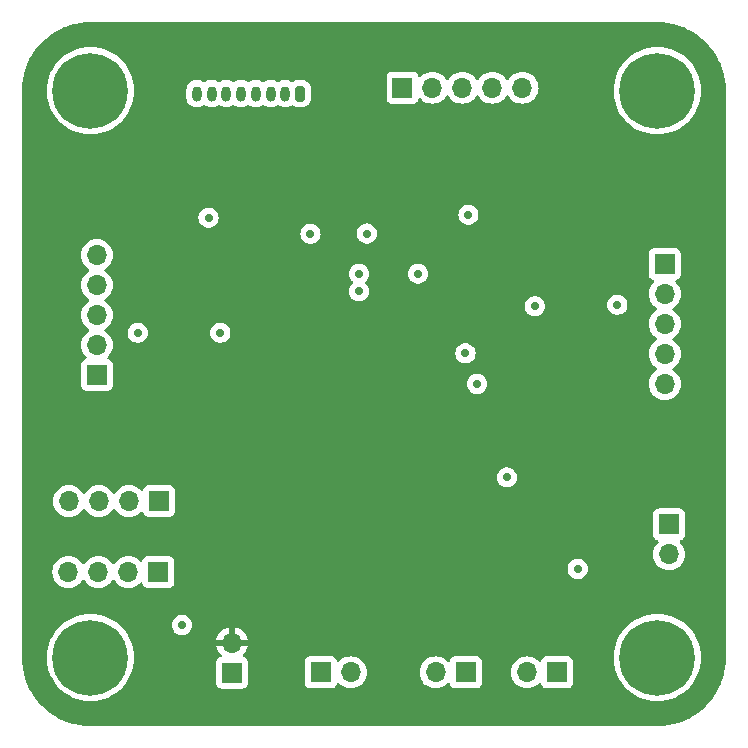
<source format=gbr>
%TF.GenerationSoftware,KiCad,Pcbnew,8.0.6*%
%TF.CreationDate,2025-03-18T14:58:06-04:00*%
%TF.ProjectId,PCB-Test,5043422d-5465-4737-942e-6b696361645f,rev?*%
%TF.SameCoordinates,Original*%
%TF.FileFunction,Copper,L3,Inr*%
%TF.FilePolarity,Positive*%
%FSLAX46Y46*%
G04 Gerber Fmt 4.6, Leading zero omitted, Abs format (unit mm)*
G04 Created by KiCad (PCBNEW 8.0.6) date 2025-03-18 14:58:06*
%MOMM*%
%LPD*%
G01*
G04 APERTURE LIST*
G04 Aperture macros list*
%AMRoundRect*
0 Rectangle with rounded corners*
0 $1 Rounding radius*
0 $2 $3 $4 $5 $6 $7 $8 $9 X,Y pos of 4 corners*
0 Add a 4 corners polygon primitive as box body*
4,1,4,$2,$3,$4,$5,$6,$7,$8,$9,$2,$3,0*
0 Add four circle primitives for the rounded corners*
1,1,$1+$1,$2,$3*
1,1,$1+$1,$4,$5*
1,1,$1+$1,$6,$7*
1,1,$1+$1,$8,$9*
0 Add four rect primitives between the rounded corners*
20,1,$1+$1,$2,$3,$4,$5,0*
20,1,$1+$1,$4,$5,$6,$7,0*
20,1,$1+$1,$6,$7,$8,$9,0*
20,1,$1+$1,$8,$9,$2,$3,0*%
G04 Aperture macros list end*
%TA.AperFunction,ComponentPad*%
%ADD10R,1.700000X1.700000*%
%TD*%
%TA.AperFunction,ComponentPad*%
%ADD11O,1.700000X1.700000*%
%TD*%
%TA.AperFunction,ComponentPad*%
%ADD12RoundRect,0.200000X0.200000X0.450000X-0.200000X0.450000X-0.200000X-0.450000X0.200000X-0.450000X0*%
%TD*%
%TA.AperFunction,ComponentPad*%
%ADD13O,0.800000X1.300000*%
%TD*%
%TA.AperFunction,ComponentPad*%
%ADD14C,0.800000*%
%TD*%
%TA.AperFunction,ComponentPad*%
%ADD15C,6.400000*%
%TD*%
%TA.AperFunction,ViaPad*%
%ADD16C,0.700000*%
%TD*%
G04 APERTURE END LIST*
D10*
%TO.N,/SCD40_EN*%
%TO.C,J10*%
X161800000Y-90750000D03*
D11*
%TO.N,/OZONE_EN*%
X159260000Y-90750000D03*
%TO.N,/PM25_EN*%
X156720000Y-90750000D03*
%TO.N,/SHT4X_EN*%
X154180000Y-90750000D03*
%TD*%
D10*
%TO.N,/SCL*%
%TO.C,J8*%
X175500000Y-105250000D03*
D11*
%TO.N,/SDA*%
X178040000Y-105250000D03*
%TD*%
D10*
%TO.N,Net-(D1-A)*%
%TO.C,JP1*%
X168000000Y-105275000D03*
D11*
%TO.N,+5V*%
X168000000Y-102735000D03*
%TD*%
D10*
%TO.N,/OZONE_VCC*%
%TO.C,J2*%
X182420000Y-55750000D03*
D11*
%TO.N,unconnected-(J2-Pin_2-Pad2)*%
X184960000Y-55750000D03*
%TO.N,GND*%
X187500000Y-55750000D03*
%TO.N,/SCL*%
X190040000Y-55750000D03*
%TO.N,/SDA*%
X192580000Y-55750000D03*
%TD*%
D12*
%TO.N,unconnected-(J1-Pin_1-Pad1)*%
%TO.C,J1*%
X173750000Y-56250000D03*
D13*
%TO.N,unconnected-(J1-Pin_2-Pad2)*%
X172500000Y-56250000D03*
%TO.N,/PM25_RST*%
X171250000Y-56250000D03*
%TO.N,/PM25_TX*%
X170000000Y-56250000D03*
%TO.N,/PM25_RX*%
X168750000Y-56250000D03*
%TO.N,/PM25_SET*%
X167500000Y-56250000D03*
%TO.N,GND*%
X166250000Y-56250000D03*
%TO.N,/PM25_VCC*%
X165000000Y-56250000D03*
%TD*%
D10*
%TO.N,/SHT4X_VCC*%
%TO.C,J4*%
X156550000Y-80075000D03*
D11*
%TO.N,unconnected-(J4-Pin_2-Pad2)*%
X156550000Y-77535000D03*
%TO.N,GND*%
X156550000Y-74995000D03*
%TO.N,/SCL*%
X156550000Y-72455000D03*
%TO.N,/SDA*%
X156550000Y-69915000D03*
%TD*%
D14*
%TO.N,GND*%
%TO.C,H1*%
X153600000Y-104000000D03*
X154302944Y-102302944D03*
X154302944Y-105697056D03*
X156000000Y-101600000D03*
D15*
X156000000Y-104000000D03*
D14*
X156000000Y-106400000D03*
X157697056Y-102302944D03*
X157697056Y-105697056D03*
X158400000Y-104000000D03*
%TD*%
%TO.N,GND*%
%TO.C,H3*%
X201600000Y-104000000D03*
X202302944Y-102302944D03*
X202302944Y-105697056D03*
X204000000Y-101600000D03*
D15*
X204000000Y-104000000D03*
D14*
X204000000Y-106400000D03*
X205697056Y-102302944D03*
X205697056Y-105697056D03*
X206400000Y-104000000D03*
%TD*%
%TO.N,GND*%
%TO.C,H4*%
X201600000Y-56000000D03*
X202302944Y-54302944D03*
X202302944Y-57697056D03*
X204000000Y-53600000D03*
D15*
X204000000Y-56000000D03*
D14*
X204000000Y-58400000D03*
X205697056Y-54302944D03*
X205697056Y-57697056D03*
X206400000Y-56000000D03*
%TD*%
D10*
%TO.N,/PM25_RST*%
%TO.C,J9*%
X161750000Y-96750000D03*
D11*
%TO.N,/PM25_TX*%
X159210000Y-96750000D03*
%TO.N,/PM25_RX*%
X156670000Y-96750000D03*
%TO.N,/PM25_SET*%
X154130000Y-96750000D03*
%TD*%
D14*
%TO.N,GND*%
%TO.C,H2*%
X153600000Y-56000000D03*
X154302944Y-54302944D03*
X154302944Y-57697056D03*
X156000000Y-53600000D03*
D15*
X156000000Y-56000000D03*
D14*
X156000000Y-58400000D03*
X157697056Y-54302944D03*
X157697056Y-57697056D03*
X158400000Y-56000000D03*
%TD*%
D10*
%TO.N,/SCD40_VCC*%
%TO.C,J3*%
X204625000Y-70675000D03*
D11*
%TO.N,unconnected-(J3-Pin_2-Pad2)*%
X204625000Y-73215000D03*
%TO.N,GND*%
X204625000Y-75755000D03*
%TO.N,/SCL*%
X204625000Y-78295000D03*
%TO.N,/SDA*%
X204625000Y-80835000D03*
%TD*%
D10*
%TO.N,VCC*%
%TO.C,J5*%
X187775000Y-105250000D03*
D11*
%TO.N,GND*%
X185235000Y-105250000D03*
%TD*%
D10*
%TO.N,VCC*%
%TO.C,J7*%
X205000000Y-92725000D03*
D11*
%TO.N,GND*%
X205000000Y-95265000D03*
%TD*%
D10*
%TO.N,VCC*%
%TO.C,J6*%
X195500000Y-105250000D03*
D11*
%TO.N,GND*%
X192960000Y-105250000D03*
%TD*%
D16*
%TO.N,+5V*%
X177706250Y-64600000D03*
X194700000Y-86300000D03*
X167000000Y-81750000D03*
X167637500Y-63362500D03*
X192000000Y-70750000D03*
%TO.N,GND*%
X163750000Y-101250000D03*
X174625000Y-68125000D03*
X179387500Y-68100000D03*
X167000000Y-76500000D03*
X166000000Y-66750000D03*
X188000000Y-66500000D03*
X200612500Y-74137500D03*
X197250000Y-96500000D03*
X191250000Y-88750000D03*
X160000000Y-76500000D03*
X193612500Y-74250000D03*
%TO.N,/SCL*%
X187750000Y-78250000D03*
X178750000Y-73000000D03*
%TO.N,/SDA*%
X188750000Y-80835000D03*
X178750000Y-71500000D03*
X183750000Y-71500000D03*
%TD*%
%TA.AperFunction,Conductor*%
%TO.N,+5V*%
G36*
X204002443Y-50200596D02*
G01*
X204450150Y-50218186D01*
X204459845Y-50218948D01*
X204902424Y-50271330D01*
X204912016Y-50272850D01*
X205349096Y-50359792D01*
X205358550Y-50362062D01*
X205787453Y-50483025D01*
X205796706Y-50486031D01*
X206214802Y-50640274D01*
X206223791Y-50643998D01*
X206628504Y-50830573D01*
X206637167Y-50834988D01*
X207025983Y-51052736D01*
X207034285Y-51057823D01*
X207404810Y-51305399D01*
X207412684Y-51311119D01*
X207762655Y-51587016D01*
X207770047Y-51593329D01*
X208097295Y-51895833D01*
X208104173Y-51902711D01*
X208406665Y-52229946D01*
X208412988Y-52237349D01*
X208688877Y-52587312D01*
X208694600Y-52595189D01*
X208942176Y-52965714D01*
X208947263Y-52974016D01*
X209165011Y-53362832D01*
X209169432Y-53371507D01*
X209356000Y-53776205D01*
X209359726Y-53785201D01*
X209513967Y-54203290D01*
X209516975Y-54212549D01*
X209637936Y-54641445D01*
X209640209Y-54650912D01*
X209727146Y-55087968D01*
X209728670Y-55097586D01*
X209781050Y-55540149D01*
X209781813Y-55549855D01*
X209799404Y-55997556D01*
X209799500Y-56002424D01*
X209799500Y-103997575D01*
X209799404Y-104002443D01*
X209781813Y-104450144D01*
X209781050Y-104459850D01*
X209728670Y-104902413D01*
X209727146Y-104912031D01*
X209640209Y-105349087D01*
X209637936Y-105358554D01*
X209516975Y-105787450D01*
X209513967Y-105796709D01*
X209359726Y-106214798D01*
X209356000Y-106223794D01*
X209169432Y-106628492D01*
X209165011Y-106637167D01*
X208947263Y-107025983D01*
X208942176Y-107034285D01*
X208694600Y-107404810D01*
X208688877Y-107412687D01*
X208412988Y-107762650D01*
X208406665Y-107770053D01*
X208104173Y-108097288D01*
X208097288Y-108104173D01*
X207770053Y-108406665D01*
X207762650Y-108412988D01*
X207412687Y-108688877D01*
X207404810Y-108694600D01*
X207034285Y-108942176D01*
X207025983Y-108947263D01*
X206637167Y-109165011D01*
X206628492Y-109169432D01*
X206223794Y-109356000D01*
X206214798Y-109359726D01*
X205796709Y-109513967D01*
X205787450Y-109516975D01*
X205358554Y-109637936D01*
X205349087Y-109640209D01*
X204912031Y-109727146D01*
X204902413Y-109728670D01*
X204459850Y-109781050D01*
X204450144Y-109781813D01*
X204002443Y-109799404D01*
X203997575Y-109799500D01*
X156002425Y-109799500D01*
X155997557Y-109799404D01*
X155549855Y-109781813D01*
X155540149Y-109781050D01*
X155097586Y-109728670D01*
X155087968Y-109727146D01*
X154650912Y-109640209D01*
X154641445Y-109637936D01*
X154212549Y-109516975D01*
X154203290Y-109513967D01*
X153785201Y-109359726D01*
X153776205Y-109356000D01*
X153371507Y-109169432D01*
X153362832Y-109165011D01*
X152974016Y-108947263D01*
X152965714Y-108942176D01*
X152595189Y-108694600D01*
X152587312Y-108688877D01*
X152237349Y-108412988D01*
X152229946Y-108406665D01*
X152209196Y-108387484D01*
X151902704Y-108104166D01*
X151895833Y-108097295D01*
X151593329Y-107770047D01*
X151587011Y-107762650D01*
X151311122Y-107412687D01*
X151305399Y-107404810D01*
X151292305Y-107385214D01*
X151174645Y-107209122D01*
X151057823Y-107034285D01*
X151052736Y-107025983D01*
X150834988Y-106637167D01*
X150830573Y-106628504D01*
X150643998Y-106223791D01*
X150640273Y-106214798D01*
X150637574Y-106207483D01*
X150486031Y-105796706D01*
X150483024Y-105787450D01*
X150431830Y-105605931D01*
X150362062Y-105358550D01*
X150359790Y-105349087D01*
X150272850Y-104912016D01*
X150271329Y-104902413D01*
X150257590Y-104786335D01*
X150218948Y-104459845D01*
X150218186Y-104450144D01*
X150215718Y-104387339D01*
X150200596Y-104002443D01*
X150200548Y-103999999D01*
X152294422Y-103999999D01*
X152294422Y-104000000D01*
X152314722Y-104387339D01*
X152349249Y-104605335D01*
X152375398Y-104770433D01*
X152440818Y-105014586D01*
X152475788Y-105145094D01*
X152614787Y-105507197D01*
X152790877Y-105852793D01*
X153002122Y-106178082D01*
X153201291Y-106424035D01*
X153246219Y-106479516D01*
X153520484Y-106753781D01*
X153520488Y-106753784D01*
X153821917Y-106997877D01*
X154147206Y-107209122D01*
X154147211Y-107209125D01*
X154492806Y-107385214D01*
X154854913Y-107524214D01*
X155229567Y-107624602D01*
X155612662Y-107685278D01*
X155978576Y-107704455D01*
X155999999Y-107705578D01*
X156000000Y-107705578D01*
X156000001Y-107705578D01*
X156020301Y-107704514D01*
X156387338Y-107685278D01*
X156770433Y-107624602D01*
X157145087Y-107524214D01*
X157507194Y-107385214D01*
X157852789Y-107209125D01*
X158178084Y-106997876D01*
X158479516Y-106753781D01*
X158753781Y-106479516D01*
X158997876Y-106178084D01*
X159209125Y-105852789D01*
X159385214Y-105507194D01*
X159524214Y-105145087D01*
X159624602Y-104770433D01*
X159685278Y-104387338D01*
X159685813Y-104377135D01*
X166649500Y-104377135D01*
X166649500Y-106172870D01*
X166649501Y-106172876D01*
X166655908Y-106232483D01*
X166706202Y-106367328D01*
X166706206Y-106367335D01*
X166792452Y-106482544D01*
X166792455Y-106482547D01*
X166907664Y-106568793D01*
X166907671Y-106568797D01*
X167042517Y-106619091D01*
X167042516Y-106619091D01*
X167049444Y-106619835D01*
X167102127Y-106625500D01*
X168897872Y-106625499D01*
X168957483Y-106619091D01*
X169092331Y-106568796D01*
X169207546Y-106482546D01*
X169293796Y-106367331D01*
X169344091Y-106232483D01*
X169350500Y-106172873D01*
X169350499Y-104377128D01*
X169347812Y-104352135D01*
X174149500Y-104352135D01*
X174149500Y-106147870D01*
X174149501Y-106147876D01*
X174155908Y-106207483D01*
X174206202Y-106342328D01*
X174206206Y-106342335D01*
X174292452Y-106457544D01*
X174292455Y-106457547D01*
X174407664Y-106543793D01*
X174407671Y-106543797D01*
X174542517Y-106594091D01*
X174542516Y-106594091D01*
X174549444Y-106594835D01*
X174602127Y-106600500D01*
X176397872Y-106600499D01*
X176457483Y-106594091D01*
X176592331Y-106543796D01*
X176707546Y-106457546D01*
X176793796Y-106342331D01*
X176842810Y-106210916D01*
X176884681Y-106154984D01*
X176950145Y-106130566D01*
X177018418Y-106145417D01*
X177046673Y-106166569D01*
X177168599Y-106288495D01*
X177265384Y-106356265D01*
X177362165Y-106424032D01*
X177362167Y-106424033D01*
X177362170Y-106424035D01*
X177576337Y-106523903D01*
X177804592Y-106585063D01*
X177981034Y-106600500D01*
X178039999Y-106605659D01*
X178040000Y-106605659D01*
X178040001Y-106605659D01*
X178098966Y-106600500D01*
X178275408Y-106585063D01*
X178503663Y-106523903D01*
X178717830Y-106424035D01*
X178911401Y-106288495D01*
X179078495Y-106121401D01*
X179214035Y-105927830D01*
X179313903Y-105713663D01*
X179375063Y-105485408D01*
X179395659Y-105250000D01*
X179395659Y-105249999D01*
X183879341Y-105249999D01*
X183879341Y-105250000D01*
X183899936Y-105485403D01*
X183899938Y-105485413D01*
X183961094Y-105713655D01*
X183961096Y-105713659D01*
X183961097Y-105713663D01*
X183999822Y-105796709D01*
X184060965Y-105927830D01*
X184060967Y-105927834D01*
X184146039Y-106049328D01*
X184196505Y-106121401D01*
X184363599Y-106288495D01*
X184460384Y-106356265D01*
X184557165Y-106424032D01*
X184557167Y-106424033D01*
X184557170Y-106424035D01*
X184771337Y-106523903D01*
X184999592Y-106585063D01*
X185176034Y-106600500D01*
X185234999Y-106605659D01*
X185235000Y-106605659D01*
X185235001Y-106605659D01*
X185293966Y-106600500D01*
X185470408Y-106585063D01*
X185698663Y-106523903D01*
X185912830Y-106424035D01*
X186106401Y-106288495D01*
X186228329Y-106166566D01*
X186289648Y-106133084D01*
X186359340Y-106138068D01*
X186415274Y-106179939D01*
X186432189Y-106210917D01*
X186481202Y-106342328D01*
X186481206Y-106342335D01*
X186567452Y-106457544D01*
X186567455Y-106457547D01*
X186682664Y-106543793D01*
X186682671Y-106543797D01*
X186817517Y-106594091D01*
X186817516Y-106594091D01*
X186824444Y-106594835D01*
X186877127Y-106600500D01*
X188672872Y-106600499D01*
X188732483Y-106594091D01*
X188867331Y-106543796D01*
X188982546Y-106457546D01*
X189068796Y-106342331D01*
X189119091Y-106207483D01*
X189125500Y-106147873D01*
X189125499Y-105249999D01*
X191604341Y-105249999D01*
X191604341Y-105250000D01*
X191624936Y-105485403D01*
X191624938Y-105485413D01*
X191686094Y-105713655D01*
X191686096Y-105713659D01*
X191686097Y-105713663D01*
X191724822Y-105796709D01*
X191785965Y-105927830D01*
X191785967Y-105927834D01*
X191871039Y-106049328D01*
X191921505Y-106121401D01*
X192088599Y-106288495D01*
X192185384Y-106356265D01*
X192282165Y-106424032D01*
X192282167Y-106424033D01*
X192282170Y-106424035D01*
X192496337Y-106523903D01*
X192724592Y-106585063D01*
X192901034Y-106600500D01*
X192959999Y-106605659D01*
X192960000Y-106605659D01*
X192960001Y-106605659D01*
X193018966Y-106600500D01*
X193195408Y-106585063D01*
X193423663Y-106523903D01*
X193637830Y-106424035D01*
X193831401Y-106288495D01*
X193953329Y-106166566D01*
X194014648Y-106133084D01*
X194084340Y-106138068D01*
X194140274Y-106179939D01*
X194157189Y-106210917D01*
X194206202Y-106342328D01*
X194206206Y-106342335D01*
X194292452Y-106457544D01*
X194292455Y-106457547D01*
X194407664Y-106543793D01*
X194407671Y-106543797D01*
X194542517Y-106594091D01*
X194542516Y-106594091D01*
X194549444Y-106594835D01*
X194602127Y-106600500D01*
X196397872Y-106600499D01*
X196457483Y-106594091D01*
X196592331Y-106543796D01*
X196707546Y-106457546D01*
X196793796Y-106342331D01*
X196844091Y-106207483D01*
X196850500Y-106147873D01*
X196850499Y-104352128D01*
X196844091Y-104292517D01*
X196842810Y-104289083D01*
X196793797Y-104157671D01*
X196793793Y-104157664D01*
X196707547Y-104042455D01*
X196707544Y-104042452D01*
X196650834Y-103999999D01*
X200294422Y-103999999D01*
X200294422Y-104000000D01*
X200314722Y-104387339D01*
X200349249Y-104605335D01*
X200375398Y-104770433D01*
X200440818Y-105014586D01*
X200475788Y-105145094D01*
X200614787Y-105507197D01*
X200790877Y-105852793D01*
X201002122Y-106178082D01*
X201201291Y-106424035D01*
X201246219Y-106479516D01*
X201520484Y-106753781D01*
X201520488Y-106753784D01*
X201821917Y-106997877D01*
X202147206Y-107209122D01*
X202147211Y-107209125D01*
X202492806Y-107385214D01*
X202854913Y-107524214D01*
X203229567Y-107624602D01*
X203612662Y-107685278D01*
X203978576Y-107704455D01*
X203999999Y-107705578D01*
X204000000Y-107705578D01*
X204000001Y-107705578D01*
X204020301Y-107704514D01*
X204387338Y-107685278D01*
X204770433Y-107624602D01*
X205145087Y-107524214D01*
X205507194Y-107385214D01*
X205852789Y-107209125D01*
X206178084Y-106997876D01*
X206479516Y-106753781D01*
X206753781Y-106479516D01*
X206997876Y-106178084D01*
X207209125Y-105852789D01*
X207385214Y-105507194D01*
X207524214Y-105145087D01*
X207624602Y-104770433D01*
X207685278Y-104387338D01*
X207705578Y-104000000D01*
X207685278Y-103612662D01*
X207624602Y-103229567D01*
X207524214Y-102854913D01*
X207385214Y-102492806D01*
X207209125Y-102147211D01*
X207178791Y-102100500D01*
X206997877Y-101821917D01*
X206753784Y-101520488D01*
X206753781Y-101520484D01*
X206479516Y-101246219D01*
X206178084Y-101002124D01*
X206178082Y-101002122D01*
X205852793Y-100790877D01*
X205507197Y-100614787D01*
X205145094Y-100475788D01*
X205145087Y-100475786D01*
X204770433Y-100375398D01*
X204770429Y-100375397D01*
X204770428Y-100375397D01*
X204387339Y-100314722D01*
X204000001Y-100294422D01*
X203999999Y-100294422D01*
X203612660Y-100314722D01*
X203229572Y-100375397D01*
X203229570Y-100375397D01*
X202854905Y-100475788D01*
X202492802Y-100614787D01*
X202147206Y-100790877D01*
X201821917Y-101002122D01*
X201520488Y-101246215D01*
X201520480Y-101246222D01*
X201246222Y-101520480D01*
X201246215Y-101520488D01*
X201002122Y-101821917D01*
X200790877Y-102147206D01*
X200614787Y-102492802D01*
X200475788Y-102854905D01*
X200375397Y-103229570D01*
X200375397Y-103229572D01*
X200314722Y-103612660D01*
X200294422Y-103999999D01*
X196650834Y-103999999D01*
X196592335Y-103956206D01*
X196592328Y-103956202D01*
X196457482Y-103905908D01*
X196457483Y-103905908D01*
X196397883Y-103899501D01*
X196397881Y-103899500D01*
X196397873Y-103899500D01*
X196397864Y-103899500D01*
X194602129Y-103899500D01*
X194602123Y-103899501D01*
X194542516Y-103905908D01*
X194407671Y-103956202D01*
X194407664Y-103956206D01*
X194292455Y-104042452D01*
X194292452Y-104042455D01*
X194206206Y-104157664D01*
X194206203Y-104157669D01*
X194157189Y-104289083D01*
X194115317Y-104345016D01*
X194049853Y-104369433D01*
X193981580Y-104354581D01*
X193953326Y-104333430D01*
X193831402Y-104211506D01*
X193831395Y-104211501D01*
X193637834Y-104075967D01*
X193637830Y-104075965D01*
X193619574Y-104067452D01*
X193423663Y-103976097D01*
X193423659Y-103976096D01*
X193423655Y-103976094D01*
X193195413Y-103914938D01*
X193195403Y-103914936D01*
X192960001Y-103894341D01*
X192959999Y-103894341D01*
X192724596Y-103914936D01*
X192724586Y-103914938D01*
X192496344Y-103976094D01*
X192496335Y-103976098D01*
X192282171Y-104075964D01*
X192282169Y-104075965D01*
X192088597Y-104211505D01*
X191921505Y-104378597D01*
X191785965Y-104572169D01*
X191785964Y-104572171D01*
X191686098Y-104786335D01*
X191686094Y-104786344D01*
X191624938Y-105014586D01*
X191624936Y-105014596D01*
X191604341Y-105249999D01*
X189125499Y-105249999D01*
X189125499Y-104352128D01*
X189119091Y-104292517D01*
X189117810Y-104289083D01*
X189068797Y-104157671D01*
X189068793Y-104157664D01*
X188982547Y-104042455D01*
X188982544Y-104042452D01*
X188867335Y-103956206D01*
X188867328Y-103956202D01*
X188732482Y-103905908D01*
X188732483Y-103905908D01*
X188672883Y-103899501D01*
X188672881Y-103899500D01*
X188672873Y-103899500D01*
X188672864Y-103899500D01*
X186877129Y-103899500D01*
X186877123Y-103899501D01*
X186817516Y-103905908D01*
X186682671Y-103956202D01*
X186682664Y-103956206D01*
X186567455Y-104042452D01*
X186567452Y-104042455D01*
X186481206Y-104157664D01*
X186481203Y-104157669D01*
X186432189Y-104289083D01*
X186390317Y-104345016D01*
X186324853Y-104369433D01*
X186256580Y-104354581D01*
X186228326Y-104333430D01*
X186106402Y-104211506D01*
X186106395Y-104211501D01*
X185912834Y-104075967D01*
X185912830Y-104075965D01*
X185894574Y-104067452D01*
X185698663Y-103976097D01*
X185698659Y-103976096D01*
X185698655Y-103976094D01*
X185470413Y-103914938D01*
X185470403Y-103914936D01*
X185235001Y-103894341D01*
X185234999Y-103894341D01*
X184999596Y-103914936D01*
X184999586Y-103914938D01*
X184771344Y-103976094D01*
X184771335Y-103976098D01*
X184557171Y-104075964D01*
X184557169Y-104075965D01*
X184363597Y-104211505D01*
X184196505Y-104378597D01*
X184060965Y-104572169D01*
X184060964Y-104572171D01*
X183961098Y-104786335D01*
X183961094Y-104786344D01*
X183899938Y-105014586D01*
X183899936Y-105014596D01*
X183879341Y-105249999D01*
X179395659Y-105249999D01*
X179375063Y-105014592D01*
X179313903Y-104786337D01*
X179214035Y-104572171D01*
X179135388Y-104459850D01*
X179078494Y-104378597D01*
X178911402Y-104211506D01*
X178911395Y-104211501D01*
X178717834Y-104075967D01*
X178717830Y-104075965D01*
X178699574Y-104067452D01*
X178503663Y-103976097D01*
X178503659Y-103976096D01*
X178503655Y-103976094D01*
X178275413Y-103914938D01*
X178275403Y-103914936D01*
X178040001Y-103894341D01*
X178039999Y-103894341D01*
X177804596Y-103914936D01*
X177804586Y-103914938D01*
X177576344Y-103976094D01*
X177576335Y-103976098D01*
X177362171Y-104075964D01*
X177362169Y-104075965D01*
X177168600Y-104211503D01*
X177046673Y-104333430D01*
X176985350Y-104366914D01*
X176915658Y-104361930D01*
X176859725Y-104320058D01*
X176842810Y-104289081D01*
X176793797Y-104157671D01*
X176793793Y-104157664D01*
X176707547Y-104042455D01*
X176707544Y-104042452D01*
X176592335Y-103956206D01*
X176592328Y-103956202D01*
X176457482Y-103905908D01*
X176457483Y-103905908D01*
X176397883Y-103899501D01*
X176397881Y-103899500D01*
X176397873Y-103899500D01*
X176397864Y-103899500D01*
X174602129Y-103899500D01*
X174602123Y-103899501D01*
X174542516Y-103905908D01*
X174407671Y-103956202D01*
X174407664Y-103956206D01*
X174292455Y-104042452D01*
X174292452Y-104042455D01*
X174206206Y-104157664D01*
X174206202Y-104157671D01*
X174155908Y-104292517D01*
X174149501Y-104352116D01*
X174149501Y-104352123D01*
X174149500Y-104352135D01*
X169347812Y-104352135D01*
X169344091Y-104317517D01*
X169334766Y-104292516D01*
X169293797Y-104182671D01*
X169293793Y-104182664D01*
X169207547Y-104067455D01*
X169207544Y-104067452D01*
X169092335Y-103981206D01*
X169092328Y-103981202D01*
X168960401Y-103931997D01*
X168904467Y-103890126D01*
X168880050Y-103824662D01*
X168894902Y-103756389D01*
X168916053Y-103728133D01*
X169038108Y-103606078D01*
X169173600Y-103412578D01*
X169273429Y-103198492D01*
X169273432Y-103198486D01*
X169330636Y-102985000D01*
X168433012Y-102985000D01*
X168465925Y-102927993D01*
X168500000Y-102800826D01*
X168500000Y-102669174D01*
X168465925Y-102542007D01*
X168433012Y-102485000D01*
X169330636Y-102485000D01*
X169330635Y-102484999D01*
X169273432Y-102271513D01*
X169273429Y-102271507D01*
X169173600Y-102057422D01*
X169173599Y-102057420D01*
X169038113Y-101863926D01*
X169038108Y-101863920D01*
X168871082Y-101696894D01*
X168677578Y-101561399D01*
X168463492Y-101461570D01*
X168463486Y-101461567D01*
X168250000Y-101404364D01*
X168250000Y-102301988D01*
X168192993Y-102269075D01*
X168065826Y-102235000D01*
X167934174Y-102235000D01*
X167807007Y-102269075D01*
X167750000Y-102301988D01*
X167750000Y-101404364D01*
X167749999Y-101404364D01*
X167536513Y-101461567D01*
X167536507Y-101461570D01*
X167322422Y-101561399D01*
X167322420Y-101561400D01*
X167128926Y-101696886D01*
X167128920Y-101696891D01*
X166961891Y-101863920D01*
X166961886Y-101863926D01*
X166826400Y-102057420D01*
X166826399Y-102057422D01*
X166726570Y-102271507D01*
X166726567Y-102271513D01*
X166669364Y-102484999D01*
X166669364Y-102485000D01*
X167566988Y-102485000D01*
X167534075Y-102542007D01*
X167500000Y-102669174D01*
X167500000Y-102800826D01*
X167534075Y-102927993D01*
X167566988Y-102985000D01*
X166669364Y-102985000D01*
X166726567Y-103198486D01*
X166726570Y-103198492D01*
X166826399Y-103412578D01*
X166961894Y-103606082D01*
X167083946Y-103728134D01*
X167117431Y-103789457D01*
X167112447Y-103859149D01*
X167070575Y-103915082D01*
X167039598Y-103931997D01*
X166907671Y-103981202D01*
X166907664Y-103981206D01*
X166792455Y-104067452D01*
X166792452Y-104067455D01*
X166706206Y-104182664D01*
X166706202Y-104182671D01*
X166655908Y-104317517D01*
X166652187Y-104352135D01*
X166649501Y-104377123D01*
X166649500Y-104377135D01*
X159685813Y-104377135D01*
X159705578Y-104000000D01*
X159685278Y-103612662D01*
X159624602Y-103229567D01*
X159524214Y-102854913D01*
X159385214Y-102492806D01*
X159209125Y-102147211D01*
X159178791Y-102100500D01*
X158997877Y-101821917D01*
X158753784Y-101520488D01*
X158753781Y-101520484D01*
X158483297Y-101250000D01*
X162894815Y-101250000D01*
X162913503Y-101427805D01*
X162913504Y-101427807D01*
X162968747Y-101597829D01*
X162968750Y-101597835D01*
X163058141Y-101752665D01*
X163099812Y-101798946D01*
X163177764Y-101885521D01*
X163177767Y-101885523D01*
X163177770Y-101885526D01*
X163322407Y-101990612D01*
X163485733Y-102063329D01*
X163660609Y-102100500D01*
X163660610Y-102100500D01*
X163839389Y-102100500D01*
X163839391Y-102100500D01*
X164014267Y-102063329D01*
X164177593Y-101990612D01*
X164322230Y-101885526D01*
X164441859Y-101752665D01*
X164531250Y-101597835D01*
X164586497Y-101427803D01*
X164605185Y-101250000D01*
X164586497Y-101072197D01*
X164531250Y-100902165D01*
X164441859Y-100747335D01*
X164395003Y-100695296D01*
X164322235Y-100614478D01*
X164322232Y-100614476D01*
X164322231Y-100614475D01*
X164322230Y-100614474D01*
X164177593Y-100509388D01*
X164014267Y-100436671D01*
X164014265Y-100436670D01*
X163886594Y-100409533D01*
X163839391Y-100399500D01*
X163660609Y-100399500D01*
X163629954Y-100406015D01*
X163485733Y-100436670D01*
X163485728Y-100436672D01*
X163322408Y-100509387D01*
X163177768Y-100614475D01*
X163058140Y-100747336D01*
X162968750Y-100902164D01*
X162968747Y-100902170D01*
X162913504Y-101072192D01*
X162913503Y-101072194D01*
X162894815Y-101250000D01*
X158483297Y-101250000D01*
X158479516Y-101246219D01*
X158178084Y-101002124D01*
X158178082Y-101002122D01*
X157852793Y-100790877D01*
X157507197Y-100614787D01*
X157145094Y-100475788D01*
X157145087Y-100475786D01*
X156770433Y-100375398D01*
X156770429Y-100375397D01*
X156770428Y-100375397D01*
X156387339Y-100314722D01*
X156000001Y-100294422D01*
X155999999Y-100294422D01*
X155612660Y-100314722D01*
X155229572Y-100375397D01*
X155229570Y-100375397D01*
X154854905Y-100475788D01*
X154492802Y-100614787D01*
X154147206Y-100790877D01*
X153821917Y-101002122D01*
X153520488Y-101246215D01*
X153520480Y-101246222D01*
X153246222Y-101520480D01*
X153246215Y-101520488D01*
X153002122Y-101821917D01*
X152790877Y-102147206D01*
X152614787Y-102492802D01*
X152475788Y-102854905D01*
X152375397Y-103229570D01*
X152375397Y-103229572D01*
X152314722Y-103612660D01*
X152294422Y-103999999D01*
X150200548Y-103999999D01*
X150200500Y-103997575D01*
X150200500Y-96749999D01*
X152774341Y-96749999D01*
X152774341Y-96750000D01*
X152794936Y-96985403D01*
X152794938Y-96985413D01*
X152856094Y-97213655D01*
X152856096Y-97213659D01*
X152856097Y-97213663D01*
X152936004Y-97385023D01*
X152955965Y-97427830D01*
X152955967Y-97427834D01*
X153064281Y-97582521D01*
X153091505Y-97621401D01*
X153258599Y-97788495D01*
X153355384Y-97856265D01*
X153452165Y-97924032D01*
X153452167Y-97924033D01*
X153452170Y-97924035D01*
X153666337Y-98023903D01*
X153894592Y-98085063D01*
X154071034Y-98100500D01*
X154129999Y-98105659D01*
X154130000Y-98105659D01*
X154130001Y-98105659D01*
X154188966Y-98100500D01*
X154365408Y-98085063D01*
X154593663Y-98023903D01*
X154807830Y-97924035D01*
X155001401Y-97788495D01*
X155168495Y-97621401D01*
X155298425Y-97435842D01*
X155353002Y-97392217D01*
X155422500Y-97385023D01*
X155484855Y-97416546D01*
X155501575Y-97435842D01*
X155631500Y-97621395D01*
X155631505Y-97621401D01*
X155798599Y-97788495D01*
X155895384Y-97856265D01*
X155992165Y-97924032D01*
X155992167Y-97924033D01*
X155992170Y-97924035D01*
X156206337Y-98023903D01*
X156434592Y-98085063D01*
X156611034Y-98100500D01*
X156669999Y-98105659D01*
X156670000Y-98105659D01*
X156670001Y-98105659D01*
X156728966Y-98100500D01*
X156905408Y-98085063D01*
X157133663Y-98023903D01*
X157347830Y-97924035D01*
X157541401Y-97788495D01*
X157708495Y-97621401D01*
X157838425Y-97435842D01*
X157893002Y-97392217D01*
X157962500Y-97385023D01*
X158024855Y-97416546D01*
X158041575Y-97435842D01*
X158171500Y-97621395D01*
X158171505Y-97621401D01*
X158338599Y-97788495D01*
X158435384Y-97856265D01*
X158532165Y-97924032D01*
X158532167Y-97924033D01*
X158532170Y-97924035D01*
X158746337Y-98023903D01*
X158974592Y-98085063D01*
X159151034Y-98100500D01*
X159209999Y-98105659D01*
X159210000Y-98105659D01*
X159210001Y-98105659D01*
X159268966Y-98100500D01*
X159445408Y-98085063D01*
X159673663Y-98023903D01*
X159887830Y-97924035D01*
X160081401Y-97788495D01*
X160203329Y-97666566D01*
X160264648Y-97633084D01*
X160334340Y-97638068D01*
X160390274Y-97679939D01*
X160407189Y-97710917D01*
X160456202Y-97842328D01*
X160456206Y-97842335D01*
X160542452Y-97957544D01*
X160542455Y-97957547D01*
X160657664Y-98043793D01*
X160657671Y-98043797D01*
X160792517Y-98094091D01*
X160792516Y-98094091D01*
X160799444Y-98094835D01*
X160852127Y-98100500D01*
X162647872Y-98100499D01*
X162707483Y-98094091D01*
X162842331Y-98043796D01*
X162957546Y-97957546D01*
X163043796Y-97842331D01*
X163094091Y-97707483D01*
X163100500Y-97647873D01*
X163100499Y-96500000D01*
X196394815Y-96500000D01*
X196413503Y-96677805D01*
X196413504Y-96677807D01*
X196468747Y-96847829D01*
X196468750Y-96847835D01*
X196558141Y-97002665D01*
X196599812Y-97048946D01*
X196677764Y-97135521D01*
X196677767Y-97135523D01*
X196677770Y-97135526D01*
X196822407Y-97240612D01*
X196985733Y-97313329D01*
X197160609Y-97350500D01*
X197160610Y-97350500D01*
X197339389Y-97350500D01*
X197339391Y-97350500D01*
X197514267Y-97313329D01*
X197677593Y-97240612D01*
X197822230Y-97135526D01*
X197941859Y-97002665D01*
X198031250Y-96847835D01*
X198086497Y-96677803D01*
X198105185Y-96500000D01*
X198086497Y-96322197D01*
X198031250Y-96152165D01*
X197941859Y-95997335D01*
X197892782Y-95942830D01*
X197822235Y-95864478D01*
X197822232Y-95864476D01*
X197822231Y-95864475D01*
X197822230Y-95864474D01*
X197677593Y-95759388D01*
X197514267Y-95686671D01*
X197514265Y-95686670D01*
X197386594Y-95659533D01*
X197339391Y-95649500D01*
X197160609Y-95649500D01*
X197129954Y-95656015D01*
X196985733Y-95686670D01*
X196985728Y-95686672D01*
X196822408Y-95759387D01*
X196677768Y-95864475D01*
X196558140Y-95997336D01*
X196468750Y-96152164D01*
X196468747Y-96152170D01*
X196413504Y-96322192D01*
X196413503Y-96322194D01*
X196394815Y-96500000D01*
X163100499Y-96500000D01*
X163100499Y-95852128D01*
X163094091Y-95792517D01*
X163092810Y-95789083D01*
X163043797Y-95657671D01*
X163043793Y-95657664D01*
X162957547Y-95542455D01*
X162957544Y-95542452D01*
X162842335Y-95456206D01*
X162842328Y-95456202D01*
X162707482Y-95405908D01*
X162707483Y-95405908D01*
X162647883Y-95399501D01*
X162647881Y-95399500D01*
X162647873Y-95399500D01*
X162647864Y-95399500D01*
X160852129Y-95399500D01*
X160852123Y-95399501D01*
X160792516Y-95405908D01*
X160657671Y-95456202D01*
X160657664Y-95456206D01*
X160542455Y-95542452D01*
X160542452Y-95542455D01*
X160456206Y-95657664D01*
X160456203Y-95657669D01*
X160407189Y-95789083D01*
X160365317Y-95845016D01*
X160299853Y-95869433D01*
X160231580Y-95854581D01*
X160203326Y-95833430D01*
X160081402Y-95711506D01*
X160081395Y-95711501D01*
X159887834Y-95575967D01*
X159887830Y-95575965D01*
X159887828Y-95575964D01*
X159673663Y-95476097D01*
X159673659Y-95476096D01*
X159673655Y-95476094D01*
X159445413Y-95414938D01*
X159445403Y-95414936D01*
X159210001Y-95394341D01*
X159209999Y-95394341D01*
X158974596Y-95414936D01*
X158974586Y-95414938D01*
X158746344Y-95476094D01*
X158746335Y-95476098D01*
X158532171Y-95575964D01*
X158532169Y-95575965D01*
X158338597Y-95711505D01*
X158171505Y-95878597D01*
X158041575Y-96064158D01*
X157986998Y-96107783D01*
X157917500Y-96114977D01*
X157855145Y-96083454D01*
X157838425Y-96064158D01*
X157708494Y-95878597D01*
X157541402Y-95711506D01*
X157541395Y-95711501D01*
X157347834Y-95575967D01*
X157347830Y-95575965D01*
X157347828Y-95575964D01*
X157133663Y-95476097D01*
X157133659Y-95476096D01*
X157133655Y-95476094D01*
X156905413Y-95414938D01*
X156905403Y-95414936D01*
X156670001Y-95394341D01*
X156669999Y-95394341D01*
X156434596Y-95414936D01*
X156434586Y-95414938D01*
X156206344Y-95476094D01*
X156206335Y-95476098D01*
X155992171Y-95575964D01*
X155992169Y-95575965D01*
X155798597Y-95711505D01*
X155631505Y-95878597D01*
X155501575Y-96064158D01*
X155446998Y-96107783D01*
X155377500Y-96114977D01*
X155315145Y-96083454D01*
X155298425Y-96064158D01*
X155168494Y-95878597D01*
X155001402Y-95711506D01*
X155001395Y-95711501D01*
X154807834Y-95575967D01*
X154807830Y-95575965D01*
X154807828Y-95575964D01*
X154593663Y-95476097D01*
X154593659Y-95476096D01*
X154593655Y-95476094D01*
X154365413Y-95414938D01*
X154365403Y-95414936D01*
X154130001Y-95394341D01*
X154129999Y-95394341D01*
X153894596Y-95414936D01*
X153894586Y-95414938D01*
X153666344Y-95476094D01*
X153666335Y-95476098D01*
X153452171Y-95575964D01*
X153452169Y-95575965D01*
X153258597Y-95711505D01*
X153091505Y-95878597D01*
X152955965Y-96072169D01*
X152955964Y-96072171D01*
X152856098Y-96286335D01*
X152856094Y-96286344D01*
X152794938Y-96514586D01*
X152794936Y-96514596D01*
X152774341Y-96749999D01*
X150200500Y-96749999D01*
X150200500Y-95264999D01*
X203644341Y-95264999D01*
X203644341Y-95265000D01*
X203664936Y-95500403D01*
X203664938Y-95500413D01*
X203726094Y-95728655D01*
X203726096Y-95728659D01*
X203726097Y-95728663D01*
X203796013Y-95878597D01*
X203825965Y-95942830D01*
X203825967Y-95942834D01*
X203924431Y-96083454D01*
X203961505Y-96136401D01*
X204128599Y-96303495D01*
X204225384Y-96371265D01*
X204322165Y-96439032D01*
X204322167Y-96439033D01*
X204322170Y-96439035D01*
X204536337Y-96538903D01*
X204764592Y-96600063D01*
X204952918Y-96616539D01*
X204999999Y-96620659D01*
X205000000Y-96620659D01*
X205000001Y-96620659D01*
X205039234Y-96617226D01*
X205235408Y-96600063D01*
X205463663Y-96538903D01*
X205677830Y-96439035D01*
X205871401Y-96303495D01*
X206038495Y-96136401D01*
X206174035Y-95942830D01*
X206273903Y-95728663D01*
X206335063Y-95500408D01*
X206355659Y-95265000D01*
X206335063Y-95029592D01*
X206273903Y-94801337D01*
X206174035Y-94587171D01*
X206038495Y-94393599D01*
X205916567Y-94271671D01*
X205883084Y-94210351D01*
X205888068Y-94140659D01*
X205929939Y-94084725D01*
X205960915Y-94067810D01*
X206092331Y-94018796D01*
X206207546Y-93932546D01*
X206293796Y-93817331D01*
X206344091Y-93682483D01*
X206350500Y-93622873D01*
X206350499Y-91827128D01*
X206344091Y-91767517D01*
X206321699Y-91707482D01*
X206293797Y-91632671D01*
X206293793Y-91632664D01*
X206207547Y-91517455D01*
X206207544Y-91517452D01*
X206092335Y-91431206D01*
X206092328Y-91431202D01*
X205957482Y-91380908D01*
X205957483Y-91380908D01*
X205897883Y-91374501D01*
X205897881Y-91374500D01*
X205897873Y-91374500D01*
X205897864Y-91374500D01*
X204102129Y-91374500D01*
X204102123Y-91374501D01*
X204042516Y-91380908D01*
X203907671Y-91431202D01*
X203907664Y-91431206D01*
X203792455Y-91517452D01*
X203792452Y-91517455D01*
X203706206Y-91632664D01*
X203706202Y-91632671D01*
X203655908Y-91767517D01*
X203653653Y-91788498D01*
X203649501Y-91827123D01*
X203649500Y-91827135D01*
X203649500Y-93622870D01*
X203649501Y-93622876D01*
X203655908Y-93682483D01*
X203706202Y-93817328D01*
X203706206Y-93817335D01*
X203792452Y-93932544D01*
X203792455Y-93932547D01*
X203907664Y-94018793D01*
X203907671Y-94018797D01*
X204039081Y-94067810D01*
X204095015Y-94109681D01*
X204119432Y-94175145D01*
X204104580Y-94243418D01*
X204083430Y-94271673D01*
X203961503Y-94393600D01*
X203825965Y-94587169D01*
X203825964Y-94587171D01*
X203726098Y-94801335D01*
X203726094Y-94801344D01*
X203664938Y-95029586D01*
X203664936Y-95029596D01*
X203644341Y-95264999D01*
X150200500Y-95264999D01*
X150200500Y-90749999D01*
X152824341Y-90749999D01*
X152824341Y-90750000D01*
X152844936Y-90985403D01*
X152844938Y-90985413D01*
X152906094Y-91213655D01*
X152906096Y-91213659D01*
X152906097Y-91213663D01*
X152910000Y-91222032D01*
X153005965Y-91427830D01*
X153005967Y-91427834D01*
X153068719Y-91517452D01*
X153141505Y-91621401D01*
X153308599Y-91788495D01*
X153405384Y-91856265D01*
X153502165Y-91924032D01*
X153502167Y-91924033D01*
X153502170Y-91924035D01*
X153716337Y-92023903D01*
X153944592Y-92085063D01*
X154121034Y-92100500D01*
X154179999Y-92105659D01*
X154180000Y-92105659D01*
X154180001Y-92105659D01*
X154238966Y-92100500D01*
X154415408Y-92085063D01*
X154643663Y-92023903D01*
X154857830Y-91924035D01*
X155051401Y-91788495D01*
X155218495Y-91621401D01*
X155348425Y-91435842D01*
X155403002Y-91392217D01*
X155472500Y-91385023D01*
X155534855Y-91416546D01*
X155551575Y-91435842D01*
X155681500Y-91621395D01*
X155681505Y-91621401D01*
X155848599Y-91788495D01*
X155945384Y-91856265D01*
X156042165Y-91924032D01*
X156042167Y-91924033D01*
X156042170Y-91924035D01*
X156256337Y-92023903D01*
X156484592Y-92085063D01*
X156661034Y-92100500D01*
X156719999Y-92105659D01*
X156720000Y-92105659D01*
X156720001Y-92105659D01*
X156778966Y-92100500D01*
X156955408Y-92085063D01*
X157183663Y-92023903D01*
X157397830Y-91924035D01*
X157591401Y-91788495D01*
X157758495Y-91621401D01*
X157888425Y-91435842D01*
X157943002Y-91392217D01*
X158012500Y-91385023D01*
X158074855Y-91416546D01*
X158091575Y-91435842D01*
X158221500Y-91621395D01*
X158221505Y-91621401D01*
X158388599Y-91788495D01*
X158485384Y-91856265D01*
X158582165Y-91924032D01*
X158582167Y-91924033D01*
X158582170Y-91924035D01*
X158796337Y-92023903D01*
X159024592Y-92085063D01*
X159201034Y-92100500D01*
X159259999Y-92105659D01*
X159260000Y-92105659D01*
X159260001Y-92105659D01*
X159318966Y-92100500D01*
X159495408Y-92085063D01*
X159723663Y-92023903D01*
X159937830Y-91924035D01*
X160131401Y-91788495D01*
X160253329Y-91666566D01*
X160314648Y-91633084D01*
X160384340Y-91638068D01*
X160440274Y-91679939D01*
X160457189Y-91710917D01*
X160506202Y-91842328D01*
X160506206Y-91842335D01*
X160592452Y-91957544D01*
X160592455Y-91957547D01*
X160707664Y-92043793D01*
X160707671Y-92043797D01*
X160842517Y-92094091D01*
X160842516Y-92094091D01*
X160849444Y-92094835D01*
X160902127Y-92100500D01*
X162697872Y-92100499D01*
X162757483Y-92094091D01*
X162892331Y-92043796D01*
X163007546Y-91957546D01*
X163093796Y-91842331D01*
X163144091Y-91707483D01*
X163150500Y-91647873D01*
X163150499Y-89852128D01*
X163144091Y-89792517D01*
X163142810Y-89789083D01*
X163093797Y-89657671D01*
X163093793Y-89657664D01*
X163007547Y-89542455D01*
X163007544Y-89542452D01*
X162892335Y-89456206D01*
X162892328Y-89456202D01*
X162757482Y-89405908D01*
X162757483Y-89405908D01*
X162697883Y-89399501D01*
X162697881Y-89399500D01*
X162697873Y-89399500D01*
X162697864Y-89399500D01*
X160902129Y-89399500D01*
X160902123Y-89399501D01*
X160842516Y-89405908D01*
X160707671Y-89456202D01*
X160707664Y-89456206D01*
X160592455Y-89542452D01*
X160592452Y-89542455D01*
X160506206Y-89657664D01*
X160506203Y-89657669D01*
X160457189Y-89789083D01*
X160415317Y-89845016D01*
X160349853Y-89869433D01*
X160281580Y-89854581D01*
X160253326Y-89833430D01*
X160131402Y-89711506D01*
X160131395Y-89711501D01*
X159937834Y-89575967D01*
X159937830Y-89575965D01*
X159910732Y-89563329D01*
X159723663Y-89476097D01*
X159723659Y-89476096D01*
X159723655Y-89476094D01*
X159495413Y-89414938D01*
X159495403Y-89414936D01*
X159260001Y-89394341D01*
X159259999Y-89394341D01*
X159024596Y-89414936D01*
X159024586Y-89414938D01*
X158796344Y-89476094D01*
X158796335Y-89476098D01*
X158582171Y-89575964D01*
X158582169Y-89575965D01*
X158388597Y-89711505D01*
X158221505Y-89878597D01*
X158091575Y-90064158D01*
X158036998Y-90107783D01*
X157967500Y-90114977D01*
X157905145Y-90083454D01*
X157888425Y-90064158D01*
X157758494Y-89878597D01*
X157591402Y-89711506D01*
X157591395Y-89711501D01*
X157397834Y-89575967D01*
X157397830Y-89575965D01*
X157370732Y-89563329D01*
X157183663Y-89476097D01*
X157183659Y-89476096D01*
X157183655Y-89476094D01*
X156955413Y-89414938D01*
X156955403Y-89414936D01*
X156720001Y-89394341D01*
X156719999Y-89394341D01*
X156484596Y-89414936D01*
X156484586Y-89414938D01*
X156256344Y-89476094D01*
X156256335Y-89476098D01*
X156042171Y-89575964D01*
X156042169Y-89575965D01*
X155848597Y-89711505D01*
X155681505Y-89878597D01*
X155551575Y-90064158D01*
X155496998Y-90107783D01*
X155427500Y-90114977D01*
X155365145Y-90083454D01*
X155348425Y-90064158D01*
X155218494Y-89878597D01*
X155051402Y-89711506D01*
X155051395Y-89711501D01*
X154857834Y-89575967D01*
X154857830Y-89575965D01*
X154830732Y-89563329D01*
X154643663Y-89476097D01*
X154643659Y-89476096D01*
X154643655Y-89476094D01*
X154415413Y-89414938D01*
X154415403Y-89414936D01*
X154180001Y-89394341D01*
X154179999Y-89394341D01*
X153944596Y-89414936D01*
X153944586Y-89414938D01*
X153716344Y-89476094D01*
X153716335Y-89476098D01*
X153502171Y-89575964D01*
X153502169Y-89575965D01*
X153308597Y-89711505D01*
X153141505Y-89878597D01*
X153005965Y-90072169D01*
X153005964Y-90072171D01*
X152906098Y-90286335D01*
X152906094Y-90286344D01*
X152844938Y-90514586D01*
X152844936Y-90514596D01*
X152824341Y-90749999D01*
X150200500Y-90749999D01*
X150200500Y-88750000D01*
X190394815Y-88750000D01*
X190413503Y-88927805D01*
X190413504Y-88927807D01*
X190468747Y-89097829D01*
X190468750Y-89097835D01*
X190558141Y-89252665D01*
X190599812Y-89298946D01*
X190677764Y-89385521D01*
X190677767Y-89385523D01*
X190677770Y-89385526D01*
X190822407Y-89490612D01*
X190985733Y-89563329D01*
X191160609Y-89600500D01*
X191160610Y-89600500D01*
X191339389Y-89600500D01*
X191339391Y-89600500D01*
X191514267Y-89563329D01*
X191677593Y-89490612D01*
X191822230Y-89385526D01*
X191941859Y-89252665D01*
X192031250Y-89097835D01*
X192086497Y-88927803D01*
X192105185Y-88750000D01*
X192086497Y-88572197D01*
X192031250Y-88402165D01*
X191941859Y-88247335D01*
X191895003Y-88195296D01*
X191822235Y-88114478D01*
X191822232Y-88114476D01*
X191822231Y-88114475D01*
X191822230Y-88114474D01*
X191677593Y-88009388D01*
X191514267Y-87936671D01*
X191514265Y-87936670D01*
X191386594Y-87909533D01*
X191339391Y-87899500D01*
X191160609Y-87899500D01*
X191129954Y-87906015D01*
X190985733Y-87936670D01*
X190985728Y-87936672D01*
X190822408Y-88009387D01*
X190677768Y-88114475D01*
X190558140Y-88247336D01*
X190468750Y-88402164D01*
X190468747Y-88402170D01*
X190413504Y-88572192D01*
X190413503Y-88572194D01*
X190394815Y-88750000D01*
X150200500Y-88750000D01*
X150200500Y-69914999D01*
X155194341Y-69914999D01*
X155194341Y-69915000D01*
X155214936Y-70150403D01*
X155214938Y-70150413D01*
X155276094Y-70378655D01*
X155276096Y-70378659D01*
X155276097Y-70378663D01*
X155375965Y-70592830D01*
X155375967Y-70592834D01*
X155511501Y-70786395D01*
X155511506Y-70786402D01*
X155678597Y-70953493D01*
X155678603Y-70953498D01*
X155864158Y-71083425D01*
X155907783Y-71138002D01*
X155914977Y-71207500D01*
X155883454Y-71269855D01*
X155864158Y-71286575D01*
X155678597Y-71416505D01*
X155511505Y-71583597D01*
X155375965Y-71777169D01*
X155375964Y-71777171D01*
X155276098Y-71991335D01*
X155276094Y-71991344D01*
X155214938Y-72219586D01*
X155214936Y-72219596D01*
X155194341Y-72454999D01*
X155194341Y-72455000D01*
X155214936Y-72690403D01*
X155214938Y-72690413D01*
X155276094Y-72918655D01*
X155276096Y-72918659D01*
X155276097Y-72918663D01*
X155375965Y-73132830D01*
X155375967Y-73132834D01*
X155511501Y-73326395D01*
X155511506Y-73326402D01*
X155678597Y-73493493D01*
X155678603Y-73493498D01*
X155864158Y-73623425D01*
X155907783Y-73678002D01*
X155914977Y-73747500D01*
X155883454Y-73809855D01*
X155864158Y-73826575D01*
X155678597Y-73956505D01*
X155511505Y-74123597D01*
X155375965Y-74317169D01*
X155375964Y-74317171D01*
X155276098Y-74531335D01*
X155276094Y-74531344D01*
X155214938Y-74759586D01*
X155214936Y-74759596D01*
X155194341Y-74994999D01*
X155194341Y-74995000D01*
X155214936Y-75230403D01*
X155214938Y-75230413D01*
X155276094Y-75458655D01*
X155276096Y-75458659D01*
X155276097Y-75458663D01*
X155304506Y-75519586D01*
X155375965Y-75672830D01*
X155375967Y-75672834D01*
X155436574Y-75759389D01*
X155510158Y-75864478D01*
X155511501Y-75866395D01*
X155511506Y-75866402D01*
X155678597Y-76033493D01*
X155678603Y-76033498D01*
X155864158Y-76163425D01*
X155907783Y-76218002D01*
X155914977Y-76287500D01*
X155883454Y-76349855D01*
X155864158Y-76366575D01*
X155678597Y-76496505D01*
X155511505Y-76663597D01*
X155375965Y-76857169D01*
X155375964Y-76857171D01*
X155276098Y-77071335D01*
X155276094Y-77071344D01*
X155214938Y-77299586D01*
X155214936Y-77299596D01*
X155194341Y-77534999D01*
X155194341Y-77535000D01*
X155214936Y-77770403D01*
X155214938Y-77770413D01*
X155276094Y-77998655D01*
X155276096Y-77998659D01*
X155276097Y-77998663D01*
X155310387Y-78072197D01*
X155375965Y-78212830D01*
X155375967Y-78212834D01*
X155433500Y-78294999D01*
X155511501Y-78406396D01*
X155511506Y-78406402D01*
X155633430Y-78528326D01*
X155666915Y-78589649D01*
X155661931Y-78659341D01*
X155620059Y-78715274D01*
X155589083Y-78732189D01*
X155457669Y-78781203D01*
X155457664Y-78781206D01*
X155342455Y-78867452D01*
X155342452Y-78867455D01*
X155256206Y-78982664D01*
X155256202Y-78982671D01*
X155205908Y-79117517D01*
X155200654Y-79166395D01*
X155199501Y-79177123D01*
X155199500Y-79177135D01*
X155199500Y-80972870D01*
X155199501Y-80972876D01*
X155205908Y-81032483D01*
X155256202Y-81167328D01*
X155256206Y-81167335D01*
X155342452Y-81282544D01*
X155342455Y-81282547D01*
X155457664Y-81368793D01*
X155457671Y-81368797D01*
X155592517Y-81419091D01*
X155592516Y-81419091D01*
X155599444Y-81419835D01*
X155652127Y-81425500D01*
X157447872Y-81425499D01*
X157507483Y-81419091D01*
X157642331Y-81368796D01*
X157757546Y-81282546D01*
X157843796Y-81167331D01*
X157894091Y-81032483D01*
X157900500Y-80972873D01*
X157900500Y-80835000D01*
X187894815Y-80835000D01*
X187913503Y-81012805D01*
X187913504Y-81012807D01*
X187968747Y-81182829D01*
X187968750Y-81182835D01*
X188058141Y-81337665D01*
X188099812Y-81383946D01*
X188177764Y-81470521D01*
X188177767Y-81470523D01*
X188177770Y-81470526D01*
X188322407Y-81575612D01*
X188485733Y-81648329D01*
X188660609Y-81685500D01*
X188660610Y-81685500D01*
X188839389Y-81685500D01*
X188839391Y-81685500D01*
X189014267Y-81648329D01*
X189177593Y-81575612D01*
X189322230Y-81470526D01*
X189441859Y-81337665D01*
X189531250Y-81182835D01*
X189586497Y-81012803D01*
X189605185Y-80835000D01*
X189586497Y-80657197D01*
X189531250Y-80487165D01*
X189441859Y-80332335D01*
X189395003Y-80280296D01*
X189322235Y-80199478D01*
X189322232Y-80199476D01*
X189322231Y-80199475D01*
X189322230Y-80199474D01*
X189177593Y-80094388D01*
X189014267Y-80021671D01*
X189014265Y-80021670D01*
X188886594Y-79994533D01*
X188839391Y-79984500D01*
X188660609Y-79984500D01*
X188629954Y-79991015D01*
X188485733Y-80021670D01*
X188485728Y-80021672D01*
X188322408Y-80094387D01*
X188177768Y-80199475D01*
X188058140Y-80332336D01*
X187968750Y-80487164D01*
X187968747Y-80487170D01*
X187913504Y-80657192D01*
X187913503Y-80657194D01*
X187894815Y-80835000D01*
X157900500Y-80835000D01*
X157900499Y-79177128D01*
X157894091Y-79117517D01*
X157873880Y-79063329D01*
X157843797Y-78982671D01*
X157843793Y-78982664D01*
X157757547Y-78867455D01*
X157757544Y-78867452D01*
X157642335Y-78781206D01*
X157642328Y-78781202D01*
X157510917Y-78732189D01*
X157454983Y-78690318D01*
X157430566Y-78624853D01*
X157445418Y-78556580D01*
X157466563Y-78528332D01*
X157588495Y-78406401D01*
X157698008Y-78250000D01*
X186894815Y-78250000D01*
X186913503Y-78427805D01*
X186913504Y-78427807D01*
X186968747Y-78597829D01*
X186968750Y-78597835D01*
X187058141Y-78752665D01*
X187063542Y-78758663D01*
X187177764Y-78885521D01*
X187177767Y-78885523D01*
X187177770Y-78885526D01*
X187322407Y-78990612D01*
X187485733Y-79063329D01*
X187660609Y-79100500D01*
X187660610Y-79100500D01*
X187839389Y-79100500D01*
X187839391Y-79100500D01*
X188014267Y-79063329D01*
X188177593Y-78990612D01*
X188322230Y-78885526D01*
X188441859Y-78752665D01*
X188531250Y-78597835D01*
X188586497Y-78427803D01*
X188605185Y-78250000D01*
X188586497Y-78072197D01*
X188531250Y-77902165D01*
X188441859Y-77747335D01*
X188395003Y-77695296D01*
X188322235Y-77614478D01*
X188322232Y-77614476D01*
X188322231Y-77614475D01*
X188322230Y-77614474D01*
X188177593Y-77509388D01*
X188014267Y-77436671D01*
X188014265Y-77436670D01*
X187886594Y-77409533D01*
X187839391Y-77399500D01*
X187660609Y-77399500D01*
X187629954Y-77406015D01*
X187485733Y-77436670D01*
X187485728Y-77436672D01*
X187322408Y-77509387D01*
X187177768Y-77614475D01*
X187058140Y-77747336D01*
X186968750Y-77902164D01*
X186968747Y-77902170D01*
X186913504Y-78072192D01*
X186913503Y-78072194D01*
X186894815Y-78250000D01*
X157698008Y-78250000D01*
X157724035Y-78212830D01*
X157823903Y-77998663D01*
X157885063Y-77770408D01*
X157905659Y-77535000D01*
X157885063Y-77299592D01*
X157823903Y-77071337D01*
X157724035Y-76857171D01*
X157679448Y-76793493D01*
X157588494Y-76663597D01*
X157424896Y-76500000D01*
X159144815Y-76500000D01*
X159163503Y-76677805D01*
X159163504Y-76677807D01*
X159218747Y-76847829D01*
X159218750Y-76847835D01*
X159308141Y-77002665D01*
X159328252Y-77025000D01*
X159427764Y-77135521D01*
X159427767Y-77135523D01*
X159427770Y-77135526D01*
X159572407Y-77240612D01*
X159735733Y-77313329D01*
X159910609Y-77350500D01*
X159910610Y-77350500D01*
X160089389Y-77350500D01*
X160089391Y-77350500D01*
X160264267Y-77313329D01*
X160427593Y-77240612D01*
X160572230Y-77135526D01*
X160691859Y-77002665D01*
X160781250Y-76847835D01*
X160836497Y-76677803D01*
X160855185Y-76500000D01*
X166144815Y-76500000D01*
X166163503Y-76677805D01*
X166163504Y-76677807D01*
X166218747Y-76847829D01*
X166218750Y-76847835D01*
X166308141Y-77002665D01*
X166328252Y-77025000D01*
X166427764Y-77135521D01*
X166427767Y-77135523D01*
X166427770Y-77135526D01*
X166572407Y-77240612D01*
X166735733Y-77313329D01*
X166910609Y-77350500D01*
X166910610Y-77350500D01*
X167089389Y-77350500D01*
X167089391Y-77350500D01*
X167264267Y-77313329D01*
X167427593Y-77240612D01*
X167572230Y-77135526D01*
X167691859Y-77002665D01*
X167781250Y-76847835D01*
X167836497Y-76677803D01*
X167855185Y-76500000D01*
X167836497Y-76322197D01*
X167802642Y-76218002D01*
X167781252Y-76152170D01*
X167781249Y-76152164D01*
X167691859Y-75997335D01*
X167645003Y-75945296D01*
X167572235Y-75864478D01*
X167572232Y-75864476D01*
X167572231Y-75864475D01*
X167572230Y-75864474D01*
X167427593Y-75759388D01*
X167264267Y-75686671D01*
X167264265Y-75686670D01*
X167136594Y-75659533D01*
X167089391Y-75649500D01*
X166910609Y-75649500D01*
X166879954Y-75656015D01*
X166735733Y-75686670D01*
X166735728Y-75686672D01*
X166572408Y-75759387D01*
X166427768Y-75864475D01*
X166308140Y-75997336D01*
X166218750Y-76152164D01*
X166218747Y-76152170D01*
X166163504Y-76322192D01*
X166163503Y-76322194D01*
X166144815Y-76500000D01*
X160855185Y-76500000D01*
X160836497Y-76322197D01*
X160802642Y-76218002D01*
X160781252Y-76152170D01*
X160781249Y-76152164D01*
X160691859Y-75997335D01*
X160645003Y-75945296D01*
X160572235Y-75864478D01*
X160572232Y-75864476D01*
X160572231Y-75864475D01*
X160572230Y-75864474D01*
X160427593Y-75759388D01*
X160264267Y-75686671D01*
X160264265Y-75686670D01*
X160136594Y-75659533D01*
X160089391Y-75649500D01*
X159910609Y-75649500D01*
X159879954Y-75656015D01*
X159735733Y-75686670D01*
X159735728Y-75686672D01*
X159572408Y-75759387D01*
X159427768Y-75864475D01*
X159308140Y-75997336D01*
X159218750Y-76152164D01*
X159218747Y-76152170D01*
X159163504Y-76322192D01*
X159163503Y-76322194D01*
X159144815Y-76500000D01*
X157424896Y-76500000D01*
X157421402Y-76496506D01*
X157421396Y-76496501D01*
X157235842Y-76366575D01*
X157192217Y-76311998D01*
X157185023Y-76242500D01*
X157216546Y-76180145D01*
X157235842Y-76163425D01*
X157258026Y-76147891D01*
X157421401Y-76033495D01*
X157588495Y-75866401D01*
X157724035Y-75672830D01*
X157823903Y-75458663D01*
X157885063Y-75230408D01*
X157905659Y-74995000D01*
X157885063Y-74759592D01*
X157823903Y-74531337D01*
X157724035Y-74317171D01*
X157722729Y-74315305D01*
X157677002Y-74250000D01*
X192757315Y-74250000D01*
X192776003Y-74427805D01*
X192776004Y-74427807D01*
X192831247Y-74597829D01*
X192831250Y-74597835D01*
X192920641Y-74752665D01*
X192962312Y-74798946D01*
X193040264Y-74885521D01*
X193040267Y-74885523D01*
X193040270Y-74885526D01*
X193184907Y-74990612D01*
X193348233Y-75063329D01*
X193523109Y-75100500D01*
X193523110Y-75100500D01*
X193701889Y-75100500D01*
X193701891Y-75100500D01*
X193876767Y-75063329D01*
X194040093Y-74990612D01*
X194184730Y-74885526D01*
X194186466Y-74883599D01*
X194210648Y-74856741D01*
X194304359Y-74752665D01*
X194393750Y-74597835D01*
X194448997Y-74427803D01*
X194467685Y-74250000D01*
X194455861Y-74137500D01*
X199757315Y-74137500D01*
X199776003Y-74315305D01*
X199776004Y-74315307D01*
X199831247Y-74485329D01*
X199831250Y-74485335D01*
X199920641Y-74640165D01*
X199962312Y-74686446D01*
X200040264Y-74773021D01*
X200040267Y-74773023D01*
X200040270Y-74773026D01*
X200184907Y-74878112D01*
X200348233Y-74950829D01*
X200523109Y-74988000D01*
X200523110Y-74988000D01*
X200701889Y-74988000D01*
X200701891Y-74988000D01*
X200876767Y-74950829D01*
X201040093Y-74878112D01*
X201184730Y-74773026D01*
X201196823Y-74759596D01*
X201235621Y-74716506D01*
X201304359Y-74640165D01*
X201393750Y-74485335D01*
X201448997Y-74315303D01*
X201467685Y-74137500D01*
X201448997Y-73959697D01*
X201393750Y-73789665D01*
X201304359Y-73634835D01*
X201257503Y-73582796D01*
X201184735Y-73501978D01*
X201184732Y-73501976D01*
X201184731Y-73501975D01*
X201184730Y-73501974D01*
X201040093Y-73396888D01*
X200876767Y-73324171D01*
X200876765Y-73324170D01*
X200749094Y-73297033D01*
X200701891Y-73287000D01*
X200523109Y-73287000D01*
X200492454Y-73293515D01*
X200348233Y-73324170D01*
X200348228Y-73324172D01*
X200184908Y-73396887D01*
X200040268Y-73501975D01*
X199920640Y-73634836D01*
X199831250Y-73789664D01*
X199831247Y-73789670D01*
X199776004Y-73959692D01*
X199776003Y-73959694D01*
X199757315Y-74137500D01*
X194455861Y-74137500D01*
X194448997Y-74072197D01*
X194412443Y-73959697D01*
X194393752Y-73902170D01*
X194393749Y-73902164D01*
X194304359Y-73747335D01*
X194242527Y-73678664D01*
X194184735Y-73614478D01*
X194184732Y-73614476D01*
X194184731Y-73614475D01*
X194184730Y-73614474D01*
X194040093Y-73509388D01*
X193876767Y-73436671D01*
X193876765Y-73436670D01*
X193749094Y-73409533D01*
X193701891Y-73399500D01*
X193523109Y-73399500D01*
X193492454Y-73406015D01*
X193348233Y-73436670D01*
X193348228Y-73436672D01*
X193184908Y-73509387D01*
X193040268Y-73614475D01*
X192920640Y-73747336D01*
X192831250Y-73902164D01*
X192831247Y-73902170D01*
X192776004Y-74072192D01*
X192776003Y-74072194D01*
X192757315Y-74250000D01*
X157677002Y-74250000D01*
X157588494Y-74123597D01*
X157421402Y-73956506D01*
X157421396Y-73956501D01*
X157235842Y-73826575D01*
X157192217Y-73771998D01*
X157185023Y-73702500D01*
X157216546Y-73640145D01*
X157235842Y-73623425D01*
X157258026Y-73607891D01*
X157421401Y-73493495D01*
X157588495Y-73326401D01*
X157724035Y-73132830D01*
X157823903Y-72918663D01*
X157885063Y-72690408D01*
X157905659Y-72455000D01*
X157885063Y-72219592D01*
X157823903Y-71991337D01*
X157724035Y-71777171D01*
X157654459Y-71677805D01*
X157588494Y-71583597D01*
X157504896Y-71500000D01*
X177894815Y-71500000D01*
X177913503Y-71677805D01*
X177913504Y-71677807D01*
X177968747Y-71847829D01*
X177968750Y-71847835D01*
X178058141Y-72002665D01*
X178078701Y-72025499D01*
X178177764Y-72135521D01*
X178177769Y-72135525D01*
X178197255Y-72149683D01*
X178239920Y-72205014D01*
X178245898Y-72274627D01*
X178213291Y-72336422D01*
X178197255Y-72350317D01*
X178177769Y-72364474D01*
X178058140Y-72497336D01*
X177968750Y-72652164D01*
X177968747Y-72652170D01*
X177913504Y-72822192D01*
X177913503Y-72822194D01*
X177894815Y-73000000D01*
X177913503Y-73177805D01*
X177913504Y-73177807D01*
X177968747Y-73347829D01*
X177968750Y-73347835D01*
X178058141Y-73502665D01*
X178099812Y-73548946D01*
X178177764Y-73635521D01*
X178177767Y-73635523D01*
X178177770Y-73635526D01*
X178322407Y-73740612D01*
X178485733Y-73813329D01*
X178660609Y-73850500D01*
X178660610Y-73850500D01*
X178839389Y-73850500D01*
X178839391Y-73850500D01*
X179014267Y-73813329D01*
X179177593Y-73740612D01*
X179322230Y-73635526D01*
X179322852Y-73634836D01*
X179348148Y-73606741D01*
X179441859Y-73502665D01*
X179531250Y-73347835D01*
X179574411Y-73214999D01*
X203269341Y-73214999D01*
X203269341Y-73215000D01*
X203289936Y-73450403D01*
X203289938Y-73450413D01*
X203351094Y-73678655D01*
X203351096Y-73678659D01*
X203351097Y-73678663D01*
X203394620Y-73771998D01*
X203450965Y-73892830D01*
X203450967Y-73892834D01*
X203586501Y-74086395D01*
X203586506Y-74086402D01*
X203753597Y-74253493D01*
X203753603Y-74253498D01*
X203939158Y-74383425D01*
X203982783Y-74438002D01*
X203989977Y-74507500D01*
X203958454Y-74569855D01*
X203939158Y-74586575D01*
X203753597Y-74716505D01*
X203586505Y-74883597D01*
X203450965Y-75077169D01*
X203450964Y-75077171D01*
X203351098Y-75291335D01*
X203351094Y-75291344D01*
X203289938Y-75519586D01*
X203289936Y-75519596D01*
X203269341Y-75754999D01*
X203269341Y-75755000D01*
X203289936Y-75990403D01*
X203289938Y-75990413D01*
X203351094Y-76218655D01*
X203351096Y-76218659D01*
X203351097Y-76218663D01*
X203399376Y-76322197D01*
X203450965Y-76432830D01*
X203450967Y-76432834D01*
X203586501Y-76626395D01*
X203586506Y-76626402D01*
X203753597Y-76793493D01*
X203753603Y-76793498D01*
X203939158Y-76923425D01*
X203982783Y-76978002D01*
X203989977Y-77047500D01*
X203958454Y-77109855D01*
X203939158Y-77126575D01*
X203753597Y-77256505D01*
X203586505Y-77423597D01*
X203450965Y-77617169D01*
X203450964Y-77617171D01*
X203351098Y-77831335D01*
X203351094Y-77831344D01*
X203289938Y-78059586D01*
X203289936Y-78059596D01*
X203269341Y-78294999D01*
X203269341Y-78295000D01*
X203289936Y-78530403D01*
X203289938Y-78530413D01*
X203351094Y-78758655D01*
X203351096Y-78758659D01*
X203351097Y-78758663D01*
X203450965Y-78972830D01*
X203450967Y-78972834D01*
X203586501Y-79166395D01*
X203586506Y-79166402D01*
X203753597Y-79333493D01*
X203753603Y-79333498D01*
X203939158Y-79463425D01*
X203982783Y-79518002D01*
X203989977Y-79587500D01*
X203958454Y-79649855D01*
X203939158Y-79666575D01*
X203753597Y-79796505D01*
X203586505Y-79963597D01*
X203450965Y-80157169D01*
X203450964Y-80157171D01*
X203351098Y-80371335D01*
X203351094Y-80371344D01*
X203289938Y-80599586D01*
X203289936Y-80599596D01*
X203269341Y-80834999D01*
X203269341Y-80835000D01*
X203289936Y-81070403D01*
X203289938Y-81070413D01*
X203351094Y-81298655D01*
X203351096Y-81298659D01*
X203351097Y-81298663D01*
X203410242Y-81425499D01*
X203450965Y-81512830D01*
X203450967Y-81512834D01*
X203559281Y-81667521D01*
X203586505Y-81706401D01*
X203753599Y-81873495D01*
X203850384Y-81941265D01*
X203947165Y-82009032D01*
X203947167Y-82009033D01*
X203947170Y-82009035D01*
X204161337Y-82108903D01*
X204389592Y-82170063D01*
X204577918Y-82186539D01*
X204624999Y-82190659D01*
X204625000Y-82190659D01*
X204625001Y-82190659D01*
X204664234Y-82187226D01*
X204860408Y-82170063D01*
X205088663Y-82108903D01*
X205302830Y-82009035D01*
X205496401Y-81873495D01*
X205663495Y-81706401D01*
X205799035Y-81512830D01*
X205898903Y-81298663D01*
X205960063Y-81070408D01*
X205980659Y-80835000D01*
X205960063Y-80599592D01*
X205898903Y-80371337D01*
X205799035Y-80157171D01*
X205755074Y-80094387D01*
X205663494Y-79963597D01*
X205496402Y-79796506D01*
X205496396Y-79796501D01*
X205310842Y-79666575D01*
X205267217Y-79611998D01*
X205260023Y-79542500D01*
X205291546Y-79480145D01*
X205310842Y-79463425D01*
X205333026Y-79447891D01*
X205496401Y-79333495D01*
X205663495Y-79166401D01*
X205799035Y-78972830D01*
X205898903Y-78758663D01*
X205960063Y-78530408D01*
X205980659Y-78295000D01*
X205960063Y-78059592D01*
X205898903Y-77831337D01*
X205799035Y-77617171D01*
X205797150Y-77614478D01*
X205663494Y-77423597D01*
X205496402Y-77256506D01*
X205496396Y-77256501D01*
X205310842Y-77126575D01*
X205267217Y-77071998D01*
X205260023Y-77002500D01*
X205291546Y-76940145D01*
X205310842Y-76923425D01*
X205405465Y-76857169D01*
X205496401Y-76793495D01*
X205663495Y-76626401D01*
X205799035Y-76432830D01*
X205898903Y-76218663D01*
X205960063Y-75990408D01*
X205980659Y-75755000D01*
X205960063Y-75519592D01*
X205898903Y-75291337D01*
X205799035Y-75077171D01*
X205741499Y-74995000D01*
X205663494Y-74883597D01*
X205496402Y-74716506D01*
X205496396Y-74716501D01*
X205310842Y-74586575D01*
X205267217Y-74531998D01*
X205260023Y-74462500D01*
X205291546Y-74400145D01*
X205310842Y-74383425D01*
X205408130Y-74315303D01*
X205496401Y-74253495D01*
X205663495Y-74086401D01*
X205799035Y-73892830D01*
X205898903Y-73678663D01*
X205960063Y-73450408D01*
X205980659Y-73215000D01*
X205960063Y-72979592D01*
X205898903Y-72751337D01*
X205799035Y-72537171D01*
X205771142Y-72497336D01*
X205663496Y-72343600D01*
X205614885Y-72294989D01*
X205541567Y-72221671D01*
X205508084Y-72160351D01*
X205513068Y-72090659D01*
X205554939Y-72034725D01*
X205585915Y-72017810D01*
X205717331Y-71968796D01*
X205832546Y-71882546D01*
X205918796Y-71767331D01*
X205969091Y-71632483D01*
X205975500Y-71572873D01*
X205975499Y-69777128D01*
X205969091Y-69717517D01*
X205954947Y-69679596D01*
X205918797Y-69582671D01*
X205918793Y-69582664D01*
X205832547Y-69467455D01*
X205832544Y-69467452D01*
X205717335Y-69381206D01*
X205717328Y-69381202D01*
X205582482Y-69330908D01*
X205582483Y-69330908D01*
X205522883Y-69324501D01*
X205522881Y-69324500D01*
X205522873Y-69324500D01*
X205522864Y-69324500D01*
X203727129Y-69324500D01*
X203727123Y-69324501D01*
X203667516Y-69330908D01*
X203532671Y-69381202D01*
X203532664Y-69381206D01*
X203417455Y-69467452D01*
X203417452Y-69467455D01*
X203331206Y-69582664D01*
X203331202Y-69582671D01*
X203280908Y-69717517D01*
X203274501Y-69777116D01*
X203274501Y-69777123D01*
X203274500Y-69777135D01*
X203274500Y-71572870D01*
X203274501Y-71572876D01*
X203280908Y-71632483D01*
X203331202Y-71767328D01*
X203331206Y-71767335D01*
X203417452Y-71882544D01*
X203417455Y-71882547D01*
X203532664Y-71968793D01*
X203532671Y-71968797D01*
X203664081Y-72017810D01*
X203720015Y-72059681D01*
X203744432Y-72125145D01*
X203729580Y-72193418D01*
X203708430Y-72221673D01*
X203586503Y-72343600D01*
X203450965Y-72537169D01*
X203450964Y-72537171D01*
X203351098Y-72751335D01*
X203351094Y-72751344D01*
X203289938Y-72979586D01*
X203289936Y-72979596D01*
X203269341Y-73214999D01*
X179574411Y-73214999D01*
X179586497Y-73177803D01*
X179605185Y-73000000D01*
X179586497Y-72822197D01*
X179543676Y-72690408D01*
X179531252Y-72652170D01*
X179531249Y-72652164D01*
X179464857Y-72537169D01*
X179441859Y-72497335D01*
X179395003Y-72445296D01*
X179322235Y-72364478D01*
X179322231Y-72364475D01*
X179322230Y-72364474D01*
X179302745Y-72350317D01*
X179260080Y-72294989D01*
X179254101Y-72225375D01*
X179286706Y-72163580D01*
X179302746Y-72149682D01*
X179322230Y-72135526D01*
X179441859Y-72002665D01*
X179531250Y-71847835D01*
X179586497Y-71677803D01*
X179605185Y-71500000D01*
X182894815Y-71500000D01*
X182913503Y-71677805D01*
X182913504Y-71677807D01*
X182968747Y-71847829D01*
X182968750Y-71847835D01*
X183058141Y-72002665D01*
X183078701Y-72025499D01*
X183177764Y-72135521D01*
X183177767Y-72135523D01*
X183177770Y-72135526D01*
X183322407Y-72240612D01*
X183485733Y-72313329D01*
X183660609Y-72350500D01*
X183660610Y-72350500D01*
X183839389Y-72350500D01*
X183839391Y-72350500D01*
X184014267Y-72313329D01*
X184177593Y-72240612D01*
X184322230Y-72135526D01*
X184441859Y-72002665D01*
X184531250Y-71847835D01*
X184586497Y-71677803D01*
X184605185Y-71500000D01*
X184586497Y-71322197D01*
X184531250Y-71152165D01*
X184441859Y-70997335D01*
X184395003Y-70945296D01*
X184322235Y-70864478D01*
X184322232Y-70864476D01*
X184322231Y-70864475D01*
X184322230Y-70864474D01*
X184177593Y-70759388D01*
X184014267Y-70686671D01*
X184014265Y-70686670D01*
X183886594Y-70659533D01*
X183839391Y-70649500D01*
X183660609Y-70649500D01*
X183629954Y-70656015D01*
X183485733Y-70686670D01*
X183485728Y-70686672D01*
X183322408Y-70759387D01*
X183177768Y-70864475D01*
X183058140Y-70997336D01*
X182968750Y-71152164D01*
X182968747Y-71152170D01*
X182913504Y-71322192D01*
X182913503Y-71322194D01*
X182894815Y-71500000D01*
X179605185Y-71500000D01*
X179586497Y-71322197D01*
X179531250Y-71152165D01*
X179441859Y-70997335D01*
X179395003Y-70945296D01*
X179322235Y-70864478D01*
X179322232Y-70864476D01*
X179322231Y-70864475D01*
X179322230Y-70864474D01*
X179177593Y-70759388D01*
X179014267Y-70686671D01*
X179014265Y-70686670D01*
X178886594Y-70659533D01*
X178839391Y-70649500D01*
X178660609Y-70649500D01*
X178629954Y-70656015D01*
X178485733Y-70686670D01*
X178485728Y-70686672D01*
X178322408Y-70759387D01*
X178177768Y-70864475D01*
X178058140Y-70997336D01*
X177968750Y-71152164D01*
X177968747Y-71152170D01*
X177913504Y-71322192D01*
X177913503Y-71322194D01*
X177894815Y-71500000D01*
X157504896Y-71500000D01*
X157421402Y-71416506D01*
X157421396Y-71416501D01*
X157235842Y-71286575D01*
X157192217Y-71231998D01*
X157185023Y-71162500D01*
X157216546Y-71100145D01*
X157235842Y-71083425D01*
X157258026Y-71067891D01*
X157421401Y-70953495D01*
X157588495Y-70786401D01*
X157724035Y-70592830D01*
X157823903Y-70378663D01*
X157885063Y-70150408D01*
X157905659Y-69915000D01*
X157885063Y-69679592D01*
X157828222Y-69467455D01*
X157823905Y-69451344D01*
X157823904Y-69451343D01*
X157823903Y-69451337D01*
X157724035Y-69237171D01*
X157588495Y-69043599D01*
X157588494Y-69043597D01*
X157421402Y-68876506D01*
X157421395Y-68876501D01*
X157227834Y-68740967D01*
X157227830Y-68740965D01*
X157216155Y-68735521D01*
X157013663Y-68641097D01*
X157013659Y-68641096D01*
X157013655Y-68641094D01*
X156785413Y-68579938D01*
X156785403Y-68579936D01*
X156550001Y-68559341D01*
X156549999Y-68559341D01*
X156314596Y-68579936D01*
X156314586Y-68579938D01*
X156086344Y-68641094D01*
X156086335Y-68641098D01*
X155872171Y-68740964D01*
X155872169Y-68740965D01*
X155678597Y-68876505D01*
X155511505Y-69043597D01*
X155375965Y-69237169D01*
X155375964Y-69237171D01*
X155276098Y-69451335D01*
X155276094Y-69451344D01*
X155214938Y-69679586D01*
X155214936Y-69679596D01*
X155194341Y-69914999D01*
X150200500Y-69914999D01*
X150200500Y-68125000D01*
X173769815Y-68125000D01*
X173788503Y-68302805D01*
X173788504Y-68302807D01*
X173843747Y-68472829D01*
X173843750Y-68472835D01*
X173933141Y-68627665D01*
X173974812Y-68673946D01*
X174052764Y-68760521D01*
X174052767Y-68760523D01*
X174052770Y-68760526D01*
X174197407Y-68865612D01*
X174360733Y-68938329D01*
X174535609Y-68975500D01*
X174535610Y-68975500D01*
X174714389Y-68975500D01*
X174714391Y-68975500D01*
X174889267Y-68938329D01*
X175052593Y-68865612D01*
X175197230Y-68760526D01*
X175316859Y-68627665D01*
X175406250Y-68472835D01*
X175461497Y-68302803D01*
X175480185Y-68125000D01*
X175477557Y-68100000D01*
X178532315Y-68100000D01*
X178551003Y-68277805D01*
X178551004Y-68277807D01*
X178606247Y-68447829D01*
X178606250Y-68447835D01*
X178695641Y-68602665D01*
X178730246Y-68641098D01*
X178815264Y-68735521D01*
X178815267Y-68735523D01*
X178815270Y-68735526D01*
X178959907Y-68840612D01*
X179123233Y-68913329D01*
X179298109Y-68950500D01*
X179298110Y-68950500D01*
X179476889Y-68950500D01*
X179476891Y-68950500D01*
X179651767Y-68913329D01*
X179815093Y-68840612D01*
X179959730Y-68735526D01*
X180079359Y-68602665D01*
X180168750Y-68447835D01*
X180223997Y-68277803D01*
X180242685Y-68100000D01*
X180223997Y-67922197D01*
X180168750Y-67752165D01*
X180079359Y-67597335D01*
X180032503Y-67545296D01*
X179959735Y-67464478D01*
X179959732Y-67464476D01*
X179959731Y-67464475D01*
X179959730Y-67464474D01*
X179815093Y-67359388D01*
X179651767Y-67286671D01*
X179651765Y-67286670D01*
X179524094Y-67259533D01*
X179476891Y-67249500D01*
X179298109Y-67249500D01*
X179283219Y-67252665D01*
X179123233Y-67286670D01*
X179123228Y-67286672D01*
X178959908Y-67359387D01*
X178815268Y-67464475D01*
X178695640Y-67597336D01*
X178606250Y-67752164D01*
X178606247Y-67752170D01*
X178551004Y-67922192D01*
X178551003Y-67922194D01*
X178532315Y-68100000D01*
X175477557Y-68100000D01*
X175461497Y-67947197D01*
X175406250Y-67777165D01*
X175316859Y-67622335D01*
X175263730Y-67563329D01*
X175197235Y-67489478D01*
X175197232Y-67489476D01*
X175197231Y-67489475D01*
X175197230Y-67489474D01*
X175052593Y-67384388D01*
X174889267Y-67311671D01*
X174889265Y-67311670D01*
X174761594Y-67284533D01*
X174714391Y-67274500D01*
X174535609Y-67274500D01*
X174504954Y-67281015D01*
X174360733Y-67311670D01*
X174360728Y-67311672D01*
X174197408Y-67384387D01*
X174052768Y-67489475D01*
X173933140Y-67622336D01*
X173843750Y-67777164D01*
X173843747Y-67777170D01*
X173788504Y-67947192D01*
X173788503Y-67947194D01*
X173769815Y-68125000D01*
X150200500Y-68125000D01*
X150200500Y-66750000D01*
X165144815Y-66750000D01*
X165163503Y-66927805D01*
X165163504Y-66927807D01*
X165218747Y-67097829D01*
X165218750Y-67097835D01*
X165308141Y-67252665D01*
X165338760Y-67286671D01*
X165427764Y-67385521D01*
X165427767Y-67385523D01*
X165427770Y-67385526D01*
X165572407Y-67490612D01*
X165735733Y-67563329D01*
X165910609Y-67600500D01*
X165910610Y-67600500D01*
X166089389Y-67600500D01*
X166089391Y-67600500D01*
X166264267Y-67563329D01*
X166427593Y-67490612D01*
X166572230Y-67385526D01*
X166691859Y-67252665D01*
X166781250Y-67097835D01*
X166836497Y-66927803D01*
X166855185Y-66750000D01*
X166836497Y-66572197D01*
X166813039Y-66500000D01*
X187144815Y-66500000D01*
X187163503Y-66677805D01*
X187163504Y-66677807D01*
X187218747Y-66847829D01*
X187218750Y-66847835D01*
X187308141Y-67002665D01*
X187349812Y-67048946D01*
X187427764Y-67135521D01*
X187427767Y-67135523D01*
X187427770Y-67135526D01*
X187572407Y-67240612D01*
X187735733Y-67313329D01*
X187910609Y-67350500D01*
X187910610Y-67350500D01*
X188089389Y-67350500D01*
X188089391Y-67350500D01*
X188264267Y-67313329D01*
X188427593Y-67240612D01*
X188572230Y-67135526D01*
X188691859Y-67002665D01*
X188781250Y-66847835D01*
X188836497Y-66677803D01*
X188855185Y-66500000D01*
X188836497Y-66322197D01*
X188781250Y-66152165D01*
X188691859Y-65997335D01*
X188603768Y-65899500D01*
X188572235Y-65864478D01*
X188572232Y-65864476D01*
X188572231Y-65864475D01*
X188572230Y-65864474D01*
X188427593Y-65759388D01*
X188264267Y-65686671D01*
X188264265Y-65686670D01*
X188136594Y-65659533D01*
X188089391Y-65649500D01*
X187910609Y-65649500D01*
X187879954Y-65656015D01*
X187735733Y-65686670D01*
X187735728Y-65686672D01*
X187572408Y-65759387D01*
X187427768Y-65864475D01*
X187308140Y-65997336D01*
X187218750Y-66152164D01*
X187218747Y-66152170D01*
X187163504Y-66322192D01*
X187163503Y-66322194D01*
X187144815Y-66500000D01*
X166813039Y-66500000D01*
X166781250Y-66402165D01*
X166691859Y-66247335D01*
X166606172Y-66152170D01*
X166572235Y-66114478D01*
X166572232Y-66114476D01*
X166572231Y-66114475D01*
X166572230Y-66114474D01*
X166427593Y-66009388D01*
X166264267Y-65936671D01*
X166264265Y-65936670D01*
X166136594Y-65909533D01*
X166089391Y-65899500D01*
X165910609Y-65899500D01*
X165879954Y-65906015D01*
X165735733Y-65936670D01*
X165735728Y-65936672D01*
X165572408Y-66009387D01*
X165427768Y-66114475D01*
X165308140Y-66247336D01*
X165218750Y-66402164D01*
X165218747Y-66402170D01*
X165163504Y-66572192D01*
X165163503Y-66572194D01*
X165144815Y-66750000D01*
X150200500Y-66750000D01*
X150200500Y-56002424D01*
X150200548Y-55999999D01*
X152294422Y-55999999D01*
X152294422Y-56000000D01*
X152314722Y-56387339D01*
X152355986Y-56647870D01*
X152375398Y-56770433D01*
X152463838Y-57100498D01*
X152475788Y-57145094D01*
X152614787Y-57507197D01*
X152790877Y-57852793D01*
X153002122Y-58178082D01*
X153002124Y-58178084D01*
X153246219Y-58479516D01*
X153520484Y-58753781D01*
X153520488Y-58753784D01*
X153821917Y-58997877D01*
X154147206Y-59209122D01*
X154147211Y-59209125D01*
X154492806Y-59385214D01*
X154854913Y-59524214D01*
X155229567Y-59624602D01*
X155612662Y-59685278D01*
X155978576Y-59704455D01*
X155999999Y-59705578D01*
X156000000Y-59705578D01*
X156000001Y-59705578D01*
X156020301Y-59704514D01*
X156387338Y-59685278D01*
X156770433Y-59624602D01*
X157145087Y-59524214D01*
X157507194Y-59385214D01*
X157852789Y-59209125D01*
X158178084Y-58997876D01*
X158479516Y-58753781D01*
X158753781Y-58479516D01*
X158997876Y-58178084D01*
X159209125Y-57852789D01*
X159385214Y-57507194D01*
X159524214Y-57145087D01*
X159624602Y-56770433D01*
X159685278Y-56387338D01*
X159705578Y-56000000D01*
X159700930Y-55911304D01*
X164099500Y-55911304D01*
X164099500Y-56588695D01*
X164134103Y-56762658D01*
X164134106Y-56762667D01*
X164201983Y-56926540D01*
X164201990Y-56926553D01*
X164300535Y-57074034D01*
X164300538Y-57074038D01*
X164425961Y-57199461D01*
X164425965Y-57199464D01*
X164573446Y-57298009D01*
X164573459Y-57298016D01*
X164683214Y-57343477D01*
X164737334Y-57365894D01*
X164737336Y-57365894D01*
X164737341Y-57365896D01*
X164911304Y-57400499D01*
X164911307Y-57400500D01*
X164911309Y-57400500D01*
X165088693Y-57400500D01*
X165088694Y-57400499D01*
X165146682Y-57388964D01*
X165262658Y-57365896D01*
X165262661Y-57365894D01*
X165262666Y-57365894D01*
X165426547Y-57298013D01*
X165556109Y-57211442D01*
X165622786Y-57190564D01*
X165690166Y-57209048D01*
X165693891Y-57211442D01*
X165766163Y-57259733D01*
X165823453Y-57298013D01*
X165823455Y-57298014D01*
X165823459Y-57298016D01*
X165933214Y-57343477D01*
X165987334Y-57365894D01*
X165987336Y-57365894D01*
X165987341Y-57365896D01*
X166161304Y-57400499D01*
X166161307Y-57400500D01*
X166161309Y-57400500D01*
X166338693Y-57400500D01*
X166338694Y-57400499D01*
X166396682Y-57388964D01*
X166512658Y-57365896D01*
X166512661Y-57365894D01*
X166512666Y-57365894D01*
X166676547Y-57298013D01*
X166806109Y-57211442D01*
X166872786Y-57190564D01*
X166940166Y-57209048D01*
X166943891Y-57211442D01*
X167016163Y-57259733D01*
X167073453Y-57298013D01*
X167073455Y-57298014D01*
X167073459Y-57298016D01*
X167183214Y-57343477D01*
X167237334Y-57365894D01*
X167237336Y-57365894D01*
X167237341Y-57365896D01*
X167411304Y-57400499D01*
X167411307Y-57400500D01*
X167411309Y-57400500D01*
X167588693Y-57400500D01*
X167588694Y-57400499D01*
X167646682Y-57388964D01*
X167762658Y-57365896D01*
X167762661Y-57365894D01*
X167762666Y-57365894D01*
X167926547Y-57298013D01*
X168056109Y-57211442D01*
X168122786Y-57190564D01*
X168190166Y-57209048D01*
X168193891Y-57211442D01*
X168266163Y-57259733D01*
X168323453Y-57298013D01*
X168323455Y-57298014D01*
X168323459Y-57298016D01*
X168433214Y-57343477D01*
X168487334Y-57365894D01*
X168487336Y-57365894D01*
X168487341Y-57365896D01*
X168661304Y-57400499D01*
X168661307Y-57400500D01*
X168661309Y-57400500D01*
X168838693Y-57400500D01*
X168838694Y-57400499D01*
X168896682Y-57388964D01*
X169012658Y-57365896D01*
X169012661Y-57365894D01*
X169012666Y-57365894D01*
X169176547Y-57298013D01*
X169306109Y-57211442D01*
X169372786Y-57190564D01*
X169440166Y-57209048D01*
X169443891Y-57211442D01*
X169516163Y-57259733D01*
X169573453Y-57298013D01*
X169573455Y-57298014D01*
X169573459Y-57298016D01*
X169683214Y-57343477D01*
X169737334Y-57365894D01*
X169737336Y-57365894D01*
X169737341Y-57365896D01*
X169911304Y-57400499D01*
X169911307Y-57400500D01*
X169911309Y-57400500D01*
X170088693Y-57400500D01*
X170088694Y-57400499D01*
X170146682Y-57388964D01*
X170262658Y-57365896D01*
X170262661Y-57365894D01*
X170262666Y-57365894D01*
X170426547Y-57298013D01*
X170556109Y-57211442D01*
X170622786Y-57190564D01*
X170690166Y-57209048D01*
X170693891Y-57211442D01*
X170766163Y-57259733D01*
X170823453Y-57298013D01*
X170823455Y-57298014D01*
X170823459Y-57298016D01*
X170933214Y-57343477D01*
X170987334Y-57365894D01*
X170987336Y-57365894D01*
X170987341Y-57365896D01*
X171161304Y-57400499D01*
X171161307Y-57400500D01*
X171161309Y-57400500D01*
X171338693Y-57400500D01*
X171338694Y-57400499D01*
X171396682Y-57388964D01*
X171512658Y-57365896D01*
X171512661Y-57365894D01*
X171512666Y-57365894D01*
X171676547Y-57298013D01*
X171806109Y-57211442D01*
X171872786Y-57190564D01*
X171940166Y-57209048D01*
X171943891Y-57211442D01*
X172016163Y-57259733D01*
X172073453Y-57298013D01*
X172073455Y-57298014D01*
X172073459Y-57298016D01*
X172183214Y-57343477D01*
X172237334Y-57365894D01*
X172237336Y-57365894D01*
X172237341Y-57365896D01*
X172411304Y-57400499D01*
X172411307Y-57400500D01*
X172411309Y-57400500D01*
X172588693Y-57400500D01*
X172588694Y-57400499D01*
X172646682Y-57388964D01*
X172762658Y-57365896D01*
X172762661Y-57365894D01*
X172762666Y-57365894D01*
X172926547Y-57298013D01*
X172983838Y-57259731D01*
X173050510Y-57238854D01*
X173116873Y-57256716D01*
X173260394Y-57343478D01*
X173422804Y-57394086D01*
X173493384Y-57400500D01*
X173493387Y-57400500D01*
X174006613Y-57400500D01*
X174006616Y-57400500D01*
X174077196Y-57394086D01*
X174239606Y-57343478D01*
X174385185Y-57255472D01*
X174505472Y-57135185D01*
X174593478Y-56989606D01*
X174644086Y-56827196D01*
X174650500Y-56756616D01*
X174650500Y-55743384D01*
X174644086Y-55672804D01*
X174593478Y-55510394D01*
X174505472Y-55364815D01*
X174505470Y-55364813D01*
X174505469Y-55364811D01*
X174385188Y-55244530D01*
X174360441Y-55229570D01*
X174239606Y-55156522D01*
X174077196Y-55105914D01*
X174077194Y-55105913D01*
X174077192Y-55105913D01*
X174027778Y-55101423D01*
X174006616Y-55099500D01*
X173493384Y-55099500D01*
X173474145Y-55101248D01*
X173422807Y-55105913D01*
X173260391Y-55156523D01*
X173116875Y-55243281D01*
X173049321Y-55261117D01*
X172983834Y-55240265D01*
X172926555Y-55201991D01*
X172926540Y-55201983D01*
X172762667Y-55134106D01*
X172762658Y-55134103D01*
X172588694Y-55099500D01*
X172588691Y-55099500D01*
X172411309Y-55099500D01*
X172411306Y-55099500D01*
X172237341Y-55134103D01*
X172237332Y-55134106D01*
X172073459Y-55201983D01*
X172073446Y-55201990D01*
X171943891Y-55288557D01*
X171877213Y-55309435D01*
X171809833Y-55290950D01*
X171806109Y-55288557D01*
X171676553Y-55201990D01*
X171676540Y-55201983D01*
X171512667Y-55134106D01*
X171512658Y-55134103D01*
X171338694Y-55099500D01*
X171338691Y-55099500D01*
X171161309Y-55099500D01*
X171161306Y-55099500D01*
X170987341Y-55134103D01*
X170987332Y-55134106D01*
X170823459Y-55201983D01*
X170823446Y-55201990D01*
X170693891Y-55288557D01*
X170627213Y-55309435D01*
X170559833Y-55290950D01*
X170556109Y-55288557D01*
X170426553Y-55201990D01*
X170426540Y-55201983D01*
X170262667Y-55134106D01*
X170262658Y-55134103D01*
X170088694Y-55099500D01*
X170088691Y-55099500D01*
X169911309Y-55099500D01*
X169911306Y-55099500D01*
X169737341Y-55134103D01*
X169737332Y-55134106D01*
X169573459Y-55201983D01*
X169573446Y-55201990D01*
X169443891Y-55288557D01*
X169377213Y-55309435D01*
X169309833Y-55290950D01*
X169306109Y-55288557D01*
X169176553Y-55201990D01*
X169176540Y-55201983D01*
X169012667Y-55134106D01*
X169012658Y-55134103D01*
X168838694Y-55099500D01*
X168838691Y-55099500D01*
X168661309Y-55099500D01*
X168661306Y-55099500D01*
X168487341Y-55134103D01*
X168487332Y-55134106D01*
X168323459Y-55201983D01*
X168323446Y-55201990D01*
X168193891Y-55288557D01*
X168127213Y-55309435D01*
X168059833Y-55290950D01*
X168056109Y-55288557D01*
X167926553Y-55201990D01*
X167926540Y-55201983D01*
X167762667Y-55134106D01*
X167762658Y-55134103D01*
X167588694Y-55099500D01*
X167588691Y-55099500D01*
X167411309Y-55099500D01*
X167411306Y-55099500D01*
X167237341Y-55134103D01*
X167237332Y-55134106D01*
X167073459Y-55201983D01*
X167073446Y-55201990D01*
X166943891Y-55288557D01*
X166877213Y-55309435D01*
X166809833Y-55290950D01*
X166806109Y-55288557D01*
X166676553Y-55201990D01*
X166676540Y-55201983D01*
X166512667Y-55134106D01*
X166512658Y-55134103D01*
X166338694Y-55099500D01*
X166338691Y-55099500D01*
X166161309Y-55099500D01*
X166161306Y-55099500D01*
X165987341Y-55134103D01*
X165987332Y-55134106D01*
X165823459Y-55201983D01*
X165823446Y-55201990D01*
X165693891Y-55288557D01*
X165627213Y-55309435D01*
X165559833Y-55290950D01*
X165556109Y-55288557D01*
X165426553Y-55201990D01*
X165426540Y-55201983D01*
X165262667Y-55134106D01*
X165262658Y-55134103D01*
X165088694Y-55099500D01*
X165088691Y-55099500D01*
X164911309Y-55099500D01*
X164911306Y-55099500D01*
X164737341Y-55134103D01*
X164737332Y-55134106D01*
X164573459Y-55201983D01*
X164573446Y-55201990D01*
X164425965Y-55300535D01*
X164425961Y-55300538D01*
X164300538Y-55425961D01*
X164300535Y-55425965D01*
X164201990Y-55573446D01*
X164201983Y-55573459D01*
X164134106Y-55737332D01*
X164134103Y-55737341D01*
X164099500Y-55911304D01*
X159700930Y-55911304D01*
X159685278Y-55612662D01*
X159624602Y-55229567D01*
X159524214Y-54854913D01*
X159523148Y-54852135D01*
X181069500Y-54852135D01*
X181069500Y-56647870D01*
X181069501Y-56647876D01*
X181075908Y-56707483D01*
X181126202Y-56842328D01*
X181126206Y-56842335D01*
X181212452Y-56957544D01*
X181212455Y-56957547D01*
X181327664Y-57043793D01*
X181327671Y-57043797D01*
X181462517Y-57094091D01*
X181462516Y-57094091D01*
X181469444Y-57094835D01*
X181522127Y-57100500D01*
X183317872Y-57100499D01*
X183377483Y-57094091D01*
X183512331Y-57043796D01*
X183627546Y-56957546D01*
X183713796Y-56842331D01*
X183762810Y-56710916D01*
X183804681Y-56654984D01*
X183870145Y-56630566D01*
X183938418Y-56645417D01*
X183966673Y-56666569D01*
X184088599Y-56788495D01*
X184185384Y-56856265D01*
X184282165Y-56924032D01*
X184282167Y-56924033D01*
X184282170Y-56924035D01*
X184496337Y-57023903D01*
X184724592Y-57085063D01*
X184901034Y-57100500D01*
X184959999Y-57105659D01*
X184960000Y-57105659D01*
X184960001Y-57105659D01*
X185018966Y-57100500D01*
X185195408Y-57085063D01*
X185423663Y-57023903D01*
X185637830Y-56924035D01*
X185831401Y-56788495D01*
X185998495Y-56621401D01*
X186128425Y-56435842D01*
X186183002Y-56392217D01*
X186252500Y-56385023D01*
X186314855Y-56416546D01*
X186331575Y-56435842D01*
X186461500Y-56621395D01*
X186461505Y-56621401D01*
X186628599Y-56788495D01*
X186725384Y-56856265D01*
X186822165Y-56924032D01*
X186822167Y-56924033D01*
X186822170Y-56924035D01*
X187036337Y-57023903D01*
X187264592Y-57085063D01*
X187441034Y-57100500D01*
X187499999Y-57105659D01*
X187500000Y-57105659D01*
X187500001Y-57105659D01*
X187558966Y-57100500D01*
X187735408Y-57085063D01*
X187963663Y-57023903D01*
X188177830Y-56924035D01*
X188371401Y-56788495D01*
X188538495Y-56621401D01*
X188668425Y-56435842D01*
X188723002Y-56392217D01*
X188792500Y-56385023D01*
X188854855Y-56416546D01*
X188871575Y-56435842D01*
X189001500Y-56621395D01*
X189001505Y-56621401D01*
X189168599Y-56788495D01*
X189265384Y-56856265D01*
X189362165Y-56924032D01*
X189362167Y-56924033D01*
X189362170Y-56924035D01*
X189576337Y-57023903D01*
X189804592Y-57085063D01*
X189981034Y-57100500D01*
X190039999Y-57105659D01*
X190040000Y-57105659D01*
X190040001Y-57105659D01*
X190098966Y-57100500D01*
X190275408Y-57085063D01*
X190503663Y-57023903D01*
X190717830Y-56924035D01*
X190911401Y-56788495D01*
X191078495Y-56621401D01*
X191208425Y-56435842D01*
X191263002Y-56392217D01*
X191332500Y-56385023D01*
X191394855Y-56416546D01*
X191411575Y-56435842D01*
X191541500Y-56621395D01*
X191541505Y-56621401D01*
X191708599Y-56788495D01*
X191805384Y-56856265D01*
X191902165Y-56924032D01*
X191902167Y-56924033D01*
X191902170Y-56924035D01*
X192116337Y-57023903D01*
X192344592Y-57085063D01*
X192521034Y-57100500D01*
X192579999Y-57105659D01*
X192580000Y-57105659D01*
X192580001Y-57105659D01*
X192638966Y-57100500D01*
X192815408Y-57085063D01*
X193043663Y-57023903D01*
X193257830Y-56924035D01*
X193451401Y-56788495D01*
X193618495Y-56621401D01*
X193754035Y-56427830D01*
X193853903Y-56213663D01*
X193911153Y-55999999D01*
X200294422Y-55999999D01*
X200294422Y-56000000D01*
X200314722Y-56387339D01*
X200355986Y-56647870D01*
X200375398Y-56770433D01*
X200463838Y-57100498D01*
X200475788Y-57145094D01*
X200614787Y-57507197D01*
X200790877Y-57852793D01*
X201002122Y-58178082D01*
X201002124Y-58178084D01*
X201246219Y-58479516D01*
X201520484Y-58753781D01*
X201520488Y-58753784D01*
X201821917Y-58997877D01*
X202147206Y-59209122D01*
X202147211Y-59209125D01*
X202492806Y-59385214D01*
X202854913Y-59524214D01*
X203229567Y-59624602D01*
X203612662Y-59685278D01*
X203978576Y-59704455D01*
X203999999Y-59705578D01*
X204000000Y-59705578D01*
X204000001Y-59705578D01*
X204020301Y-59704514D01*
X204387338Y-59685278D01*
X204770433Y-59624602D01*
X205145087Y-59524214D01*
X205507194Y-59385214D01*
X205852789Y-59209125D01*
X206178084Y-58997876D01*
X206479516Y-58753781D01*
X206753781Y-58479516D01*
X206997876Y-58178084D01*
X207209125Y-57852789D01*
X207385214Y-57507194D01*
X207524214Y-57145087D01*
X207624602Y-56770433D01*
X207685278Y-56387338D01*
X207705578Y-56000000D01*
X207685278Y-55612662D01*
X207624602Y-55229567D01*
X207524214Y-54854913D01*
X207385214Y-54492806D01*
X207209125Y-54147211D01*
X206997876Y-53821916D01*
X206753781Y-53520484D01*
X206479516Y-53246219D01*
X206178084Y-53002124D01*
X206178082Y-53002122D01*
X205852793Y-52790877D01*
X205507197Y-52614787D01*
X205145094Y-52475788D01*
X205145087Y-52475786D01*
X204770433Y-52375398D01*
X204770429Y-52375397D01*
X204770428Y-52375397D01*
X204387339Y-52314722D01*
X204000001Y-52294422D01*
X203999999Y-52294422D01*
X203612660Y-52314722D01*
X203229572Y-52375397D01*
X203229570Y-52375397D01*
X202854905Y-52475788D01*
X202492802Y-52614787D01*
X202147206Y-52790877D01*
X201821917Y-53002122D01*
X201520488Y-53246215D01*
X201520480Y-53246222D01*
X201246222Y-53520480D01*
X201246215Y-53520488D01*
X201002122Y-53821917D01*
X200790877Y-54147206D01*
X200614787Y-54492802D01*
X200475788Y-54854905D01*
X200375397Y-55229570D01*
X200375397Y-55229572D01*
X200314722Y-55612660D01*
X200294422Y-55999999D01*
X193911153Y-55999999D01*
X193915063Y-55985408D01*
X193935659Y-55750000D01*
X193934551Y-55737341D01*
X193915063Y-55514596D01*
X193915063Y-55514592D01*
X193853903Y-55286337D01*
X193754035Y-55072171D01*
X193748425Y-55064158D01*
X193618494Y-54878597D01*
X193451402Y-54711506D01*
X193451395Y-54711501D01*
X193257834Y-54575967D01*
X193257830Y-54575965D01*
X193257828Y-54575964D01*
X193043663Y-54476097D01*
X193043659Y-54476096D01*
X193043655Y-54476094D01*
X192815413Y-54414938D01*
X192815403Y-54414936D01*
X192580001Y-54394341D01*
X192579999Y-54394341D01*
X192344596Y-54414936D01*
X192344586Y-54414938D01*
X192116344Y-54476094D01*
X192116335Y-54476098D01*
X191902171Y-54575964D01*
X191902169Y-54575965D01*
X191708597Y-54711505D01*
X191541505Y-54878597D01*
X191411575Y-55064158D01*
X191356998Y-55107783D01*
X191287500Y-55114977D01*
X191225145Y-55083454D01*
X191208425Y-55064158D01*
X191078494Y-54878597D01*
X190911402Y-54711506D01*
X190911395Y-54711501D01*
X190717834Y-54575967D01*
X190717830Y-54575965D01*
X190717828Y-54575964D01*
X190503663Y-54476097D01*
X190503659Y-54476096D01*
X190503655Y-54476094D01*
X190275413Y-54414938D01*
X190275403Y-54414936D01*
X190040001Y-54394341D01*
X190039999Y-54394341D01*
X189804596Y-54414936D01*
X189804586Y-54414938D01*
X189576344Y-54476094D01*
X189576335Y-54476098D01*
X189362171Y-54575964D01*
X189362169Y-54575965D01*
X189168597Y-54711505D01*
X189001505Y-54878597D01*
X188871575Y-55064158D01*
X188816998Y-55107783D01*
X188747500Y-55114977D01*
X188685145Y-55083454D01*
X188668425Y-55064158D01*
X188538494Y-54878597D01*
X188371402Y-54711506D01*
X188371395Y-54711501D01*
X188177834Y-54575967D01*
X188177830Y-54575965D01*
X188177828Y-54575964D01*
X187963663Y-54476097D01*
X187963659Y-54476096D01*
X187963655Y-54476094D01*
X187735413Y-54414938D01*
X187735403Y-54414936D01*
X187500001Y-54394341D01*
X187499999Y-54394341D01*
X187264596Y-54414936D01*
X187264586Y-54414938D01*
X187036344Y-54476094D01*
X187036335Y-54476098D01*
X186822171Y-54575964D01*
X186822169Y-54575965D01*
X186628597Y-54711505D01*
X186461505Y-54878597D01*
X186331575Y-55064158D01*
X186276998Y-55107783D01*
X186207500Y-55114977D01*
X186145145Y-55083454D01*
X186128425Y-55064158D01*
X185998494Y-54878597D01*
X185831402Y-54711506D01*
X185831395Y-54711501D01*
X185637834Y-54575967D01*
X185637830Y-54575965D01*
X185637828Y-54575964D01*
X185423663Y-54476097D01*
X185423659Y-54476096D01*
X185423655Y-54476094D01*
X185195413Y-54414938D01*
X185195403Y-54414936D01*
X184960001Y-54394341D01*
X184959999Y-54394341D01*
X184724596Y-54414936D01*
X184724586Y-54414938D01*
X184496344Y-54476094D01*
X184496335Y-54476098D01*
X184282171Y-54575964D01*
X184282169Y-54575965D01*
X184088600Y-54711503D01*
X183966673Y-54833430D01*
X183905350Y-54866914D01*
X183835658Y-54861930D01*
X183779725Y-54820058D01*
X183762810Y-54789081D01*
X183713797Y-54657671D01*
X183713793Y-54657664D01*
X183627547Y-54542455D01*
X183627544Y-54542452D01*
X183512335Y-54456206D01*
X183512328Y-54456202D01*
X183377482Y-54405908D01*
X183377483Y-54405908D01*
X183317883Y-54399501D01*
X183317881Y-54399500D01*
X183317873Y-54399500D01*
X183317864Y-54399500D01*
X181522129Y-54399500D01*
X181522123Y-54399501D01*
X181462516Y-54405908D01*
X181327671Y-54456202D01*
X181327664Y-54456206D01*
X181212455Y-54542452D01*
X181212452Y-54542455D01*
X181126206Y-54657664D01*
X181126202Y-54657671D01*
X181075908Y-54792517D01*
X181069501Y-54852116D01*
X181069500Y-54852135D01*
X159523148Y-54852135D01*
X159385214Y-54492806D01*
X159209125Y-54147211D01*
X158997876Y-53821916D01*
X158753781Y-53520484D01*
X158479516Y-53246219D01*
X158178084Y-53002124D01*
X158178082Y-53002122D01*
X157852793Y-52790877D01*
X157507197Y-52614787D01*
X157145094Y-52475788D01*
X157145087Y-52475786D01*
X156770433Y-52375398D01*
X156770429Y-52375397D01*
X156770428Y-52375397D01*
X156387339Y-52314722D01*
X156000001Y-52294422D01*
X155999999Y-52294422D01*
X155612660Y-52314722D01*
X155229572Y-52375397D01*
X155229570Y-52375397D01*
X154854905Y-52475788D01*
X154492802Y-52614787D01*
X154147206Y-52790877D01*
X153821917Y-53002122D01*
X153520488Y-53246215D01*
X153520480Y-53246222D01*
X153246222Y-53520480D01*
X153246215Y-53520488D01*
X153002122Y-53821917D01*
X152790877Y-54147206D01*
X152614787Y-54492802D01*
X152475788Y-54854905D01*
X152375397Y-55229570D01*
X152375397Y-55229572D01*
X152314722Y-55612660D01*
X152294422Y-55999999D01*
X150200548Y-55999999D01*
X150200596Y-55997556D01*
X150201073Y-55985408D01*
X150218186Y-55549847D01*
X150218949Y-55540149D01*
X150271331Y-55097571D01*
X150272849Y-55087987D01*
X150359793Y-54650897D01*
X150362063Y-54641445D01*
X150380530Y-54575967D01*
X150483027Y-54212538D01*
X150486032Y-54203290D01*
X150506721Y-54147211D01*
X150640278Y-53785188D01*
X150643993Y-53776217D01*
X150830577Y-53371485D01*
X150834988Y-53362832D01*
X151052736Y-52974016D01*
X151057823Y-52965714D01*
X151174645Y-52790877D01*
X151305409Y-52595173D01*
X151311110Y-52587327D01*
X151587026Y-52237331D01*
X151593318Y-52229964D01*
X151895845Y-51902691D01*
X151902691Y-51895845D01*
X152229964Y-51593318D01*
X152237331Y-51587026D01*
X152587327Y-51311110D01*
X152595173Y-51305409D01*
X152965716Y-51057821D01*
X152974016Y-51052736D01*
X153362832Y-50834988D01*
X153371485Y-50830577D01*
X153776217Y-50643993D01*
X153785188Y-50640278D01*
X154203301Y-50486028D01*
X154212538Y-50483027D01*
X154641455Y-50362060D01*
X154650897Y-50359793D01*
X155087987Y-50272849D01*
X155097571Y-50271331D01*
X155540156Y-50218948D01*
X155549847Y-50218186D01*
X155997557Y-50200596D01*
X156002425Y-50200500D01*
X156039882Y-50200500D01*
X203960118Y-50200500D01*
X203997575Y-50200500D01*
X204002443Y-50200596D01*
G37*
%TD.AperFunction*%
%TD*%
M02*

</source>
